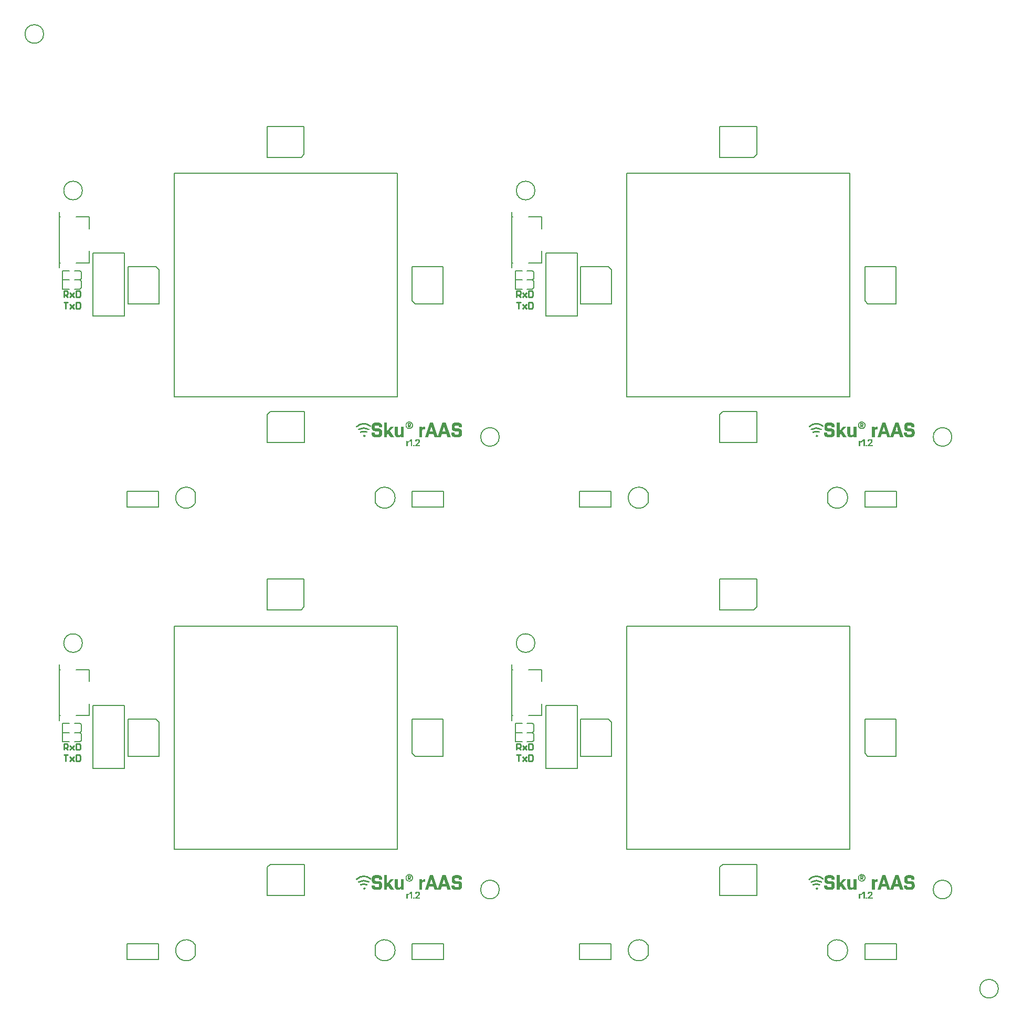
<source format=gto>
G04*
G04 #@! TF.GenerationSoftware,Altium Limited,Altium Designer,18.1.11 (251)*
G04*
G04 Layer_Color=65535*
%FSLAX24Y24*%
%MOIN*%
G70*
G01*
G75*
%ADD10C,0.0079*%
%ADD13C,0.0100*%
G36*
X54117Y34371D02*
X54122D01*
X54134Y34370D01*
X54148Y34368D01*
X54163Y34365D01*
X54179Y34361D01*
X54194Y34355D01*
X54195D01*
X54196Y34354D01*
X54198Y34354D01*
X54201Y34352D01*
X54209Y34349D01*
X54218Y34343D01*
X54229Y34337D01*
X54241Y34329D01*
X54252Y34320D01*
X54264Y34309D01*
X54266Y34308D01*
X54269Y34304D01*
X54274Y34298D01*
X54281Y34290D01*
X54288Y34279D01*
X54296Y34268D01*
X54304Y34254D01*
X54310Y34239D01*
Y34238D01*
X54311Y34237D01*
X54312Y34235D01*
X54313Y34232D01*
X54314Y34228D01*
X54315Y34224D01*
X54319Y34213D01*
X54322Y34199D01*
X54324Y34184D01*
X54326Y34167D01*
X54327Y34149D01*
Y34093D01*
X54130D01*
Y34137D01*
Y34139D01*
Y34142D01*
X54129Y34147D01*
X54128Y34152D01*
X54126Y34159D01*
X54123Y34166D01*
X54119Y34173D01*
X54113Y34179D01*
X54113Y34180D01*
X54110Y34182D01*
X54107Y34185D01*
X54102Y34188D01*
X54096Y34191D01*
X54088Y34193D01*
X54080Y34195D01*
X54071Y34196D01*
X53922D01*
X53917Y34195D01*
X53911Y34194D01*
X53905Y34192D01*
X53897Y34189D01*
X53890Y34185D01*
X53884Y34179D01*
X53883Y34179D01*
X53881Y34177D01*
X53878Y34173D01*
X53876Y34168D01*
X53873Y34162D01*
X53870Y34154D01*
X53868Y34146D01*
X53868Y34136D01*
Y34062D01*
Y34061D01*
Y34058D01*
X53868Y34053D01*
X53870Y34047D01*
X53871Y34040D01*
X53874Y34033D01*
X53878Y34026D01*
X53884Y34019D01*
X53884Y34018D01*
X53887Y34017D01*
X53890Y34014D01*
X53895Y34011D01*
X53902Y34008D01*
X53909Y34005D01*
X53917Y34004D01*
X53927Y34003D01*
X54119D01*
X54123Y34002D01*
X54129D01*
X54140Y34001D01*
X54154Y33999D01*
X54169Y33996D01*
X54185Y33992D01*
X54201Y33986D01*
X54201D01*
X54203Y33986D01*
X54204Y33985D01*
X54207Y33983D01*
X54215Y33980D01*
X54225Y33975D01*
X54236Y33968D01*
X54247Y33960D01*
X54259Y33951D01*
X54271Y33940D01*
X54272Y33939D01*
X54276Y33935D01*
X54281Y33929D01*
X54287Y33921D01*
X54295Y33910D01*
X54303Y33899D01*
X54310Y33885D01*
X54317Y33870D01*
Y33870D01*
X54317Y33868D01*
X54318Y33866D01*
X54320Y33863D01*
X54320Y33859D01*
X54322Y33855D01*
X54325Y33844D01*
X54328Y33830D01*
X54330Y33815D01*
X54333Y33798D01*
X54333Y33780D01*
Y33676D01*
Y33675D01*
Y33674D01*
Y33671D01*
Y33668D01*
X54333Y33663D01*
Y33658D01*
X54331Y33646D01*
X54329Y33632D01*
X54326Y33617D01*
X54322Y33601D01*
X54317Y33585D01*
Y33585D01*
X54316Y33584D01*
X54315Y33582D01*
X54314Y33579D01*
X54310Y33571D01*
X54305Y33561D01*
X54298Y33550D01*
X54290Y33538D01*
X54282Y33526D01*
X54271Y33515D01*
X54269Y33513D01*
X54266Y33509D01*
X54259Y33504D01*
X54251Y33498D01*
X54241Y33491D01*
X54229Y33483D01*
X54215Y33476D01*
X54201Y33469D01*
X54200D01*
X54199Y33469D01*
X54196Y33468D01*
X54193Y33467D01*
X54190Y33466D01*
X54185Y33464D01*
X54174Y33461D01*
X54161Y33458D01*
X54145Y33456D01*
X54129Y33454D01*
X54110Y33453D01*
X53872D01*
X53868Y33454D01*
X53862D01*
X53851Y33456D01*
X53836Y33457D01*
X53821Y33460D01*
X53805Y33464D01*
X53790Y33469D01*
X53789D01*
X53788Y33470D01*
X53786Y33471D01*
X53783Y33472D01*
X53775Y33476D01*
X53766Y33481D01*
X53755Y33488D01*
X53743Y33495D01*
X53731Y33504D01*
X53720Y33515D01*
X53718Y33516D01*
X53714Y33520D01*
X53709Y33526D01*
X53703Y33535D01*
X53696Y33545D01*
X53688Y33557D01*
X53680Y33571D01*
X53674Y33585D01*
Y33586D01*
X53673Y33587D01*
X53672Y33590D01*
X53671Y33593D01*
X53670Y33596D01*
X53669Y33601D01*
X53666Y33612D01*
X53663Y33625D01*
X53660Y33641D01*
X53658Y33657D01*
X53658Y33676D01*
Y33733D01*
X53854D01*
Y33687D01*
Y33686D01*
Y33683D01*
X53855Y33678D01*
X53857Y33672D01*
X53858Y33665D01*
X53861Y33658D01*
X53865Y33652D01*
X53870Y33645D01*
X53871Y33644D01*
X53873Y33643D01*
X53877Y33640D01*
X53882Y33637D01*
X53889Y33634D01*
X53896Y33631D01*
X53904Y33630D01*
X53913Y33629D01*
X54082D01*
X54087Y33630D01*
X54093Y33631D01*
X54099Y33633D01*
X54107Y33636D01*
X54113Y33640D01*
X54120Y33645D01*
X54121Y33646D01*
X54123Y33648D01*
X54125Y33652D01*
X54129Y33657D01*
X54131Y33663D01*
X54134Y33671D01*
X54136Y33679D01*
X54137Y33688D01*
Y33768D01*
Y33769D01*
Y33772D01*
X54136Y33777D01*
X54134Y33783D01*
X54132Y33789D01*
X54129Y33797D01*
X54126Y33804D01*
X54120Y33811D01*
X54119Y33811D01*
X54117Y33813D01*
X54113Y33816D01*
X54109Y33819D01*
X54102Y33822D01*
X54095Y33824D01*
X54087Y33827D01*
X54078Y33827D01*
X53885D01*
X53881Y33828D01*
X53876D01*
X53864Y33830D01*
X53849Y33831D01*
X53834Y33834D01*
X53818Y33838D01*
X53803Y33843D01*
X53802D01*
X53801Y33844D01*
X53799Y33845D01*
X53796Y33846D01*
X53788Y33850D01*
X53779Y33856D01*
X53768Y33862D01*
X53756Y33870D01*
X53744Y33879D01*
X53733Y33889D01*
X53731Y33891D01*
X53728Y33894D01*
X53723Y33901D01*
X53716Y33909D01*
X53709Y33919D01*
X53701Y33932D01*
X53693Y33945D01*
X53687Y33959D01*
Y33960D01*
X53686Y33961D01*
X53685Y33964D01*
X53685Y33967D01*
X53683Y33970D01*
X53682Y33975D01*
X53679Y33986D01*
X53676Y33999D01*
X53673Y34015D01*
X53671Y34032D01*
X53671Y34050D01*
Y34149D01*
Y34150D01*
Y34151D01*
Y34154D01*
Y34158D01*
X53671Y34162D01*
Y34167D01*
X53673Y34179D01*
X53674Y34193D01*
X53677Y34208D01*
X53682Y34224D01*
X53687Y34239D01*
Y34240D01*
X53688Y34241D01*
X53688Y34243D01*
X53690Y34246D01*
X53693Y34254D01*
X53699Y34263D01*
X53706Y34274D01*
X53713Y34286D01*
X53723Y34298D01*
X53733Y34309D01*
X53734Y34311D01*
X53738Y34314D01*
X53744Y34319D01*
X53752Y34326D01*
X53763Y34333D01*
X53775Y34341D01*
X53788Y34349D01*
X53803Y34355D01*
X53803D01*
X53805Y34356D01*
X53807Y34357D01*
X53810Y34358D01*
X53814Y34359D01*
X53818Y34360D01*
X53830Y34364D01*
X53843Y34367D01*
X53858Y34369D01*
X53876Y34371D01*
X53894Y34372D01*
X54113D01*
X54117Y34371D01*
D02*
G37*
G36*
X49043D02*
X49048D01*
X49060Y34370D01*
X49074Y34368D01*
X49089Y34365D01*
X49105Y34361D01*
X49120Y34355D01*
X49121D01*
X49123Y34354D01*
X49124Y34354D01*
X49127Y34352D01*
X49135Y34349D01*
X49144Y34343D01*
X49155Y34337D01*
X49167Y34329D01*
X49179Y34320D01*
X49190Y34309D01*
X49192Y34308D01*
X49195Y34304D01*
X49201Y34298D01*
X49207Y34290D01*
X49214Y34279D01*
X49222Y34268D01*
X49230Y34254D01*
X49236Y34239D01*
Y34238D01*
X49237Y34237D01*
X49238Y34235D01*
X49239Y34232D01*
X49240Y34228D01*
X49241Y34224D01*
X49245Y34213D01*
X49248Y34199D01*
X49250Y34184D01*
X49252Y34167D01*
X49253Y34149D01*
Y34093D01*
X49056D01*
Y34137D01*
Y34139D01*
Y34142D01*
X49055Y34147D01*
X49054Y34152D01*
X49052Y34159D01*
X49049Y34166D01*
X49045Y34173D01*
X49039Y34179D01*
X49039Y34180D01*
X49036Y34182D01*
X49033Y34185D01*
X49028Y34188D01*
X49022Y34191D01*
X49015Y34193D01*
X49007Y34195D01*
X48997Y34196D01*
X48848D01*
X48843Y34195D01*
X48837Y34194D01*
X48831Y34192D01*
X48824Y34189D01*
X48816Y34185D01*
X48810Y34179D01*
X48809Y34179D01*
X48808Y34177D01*
X48805Y34173D01*
X48802Y34168D01*
X48799Y34162D01*
X48796Y34154D01*
X48794Y34146D01*
X48794Y34136D01*
Y34062D01*
Y34061D01*
Y34058D01*
X48794Y34053D01*
X48796Y34047D01*
X48797Y34040D01*
X48800Y34033D01*
X48805Y34026D01*
X48810Y34019D01*
X48811Y34018D01*
X48813Y34017D01*
X48816Y34014D01*
X48821Y34011D01*
X48828Y34008D01*
X48835Y34005D01*
X48843Y34004D01*
X48853Y34003D01*
X49045D01*
X49050Y34002D01*
X49055D01*
X49066Y34001D01*
X49080Y33999D01*
X49096Y33996D01*
X49112Y33992D01*
X49127Y33986D01*
X49128D01*
X49129Y33986D01*
X49131Y33985D01*
X49133Y33983D01*
X49141Y33980D01*
X49151Y33975D01*
X49162Y33968D01*
X49174Y33960D01*
X49185Y33951D01*
X49197Y33940D01*
X49198Y33939D01*
X49202Y33935D01*
X49207Y33929D01*
X49214Y33921D01*
X49221Y33910D01*
X49229Y33899D01*
X49236Y33885D01*
X49243Y33870D01*
Y33870D01*
X49244Y33868D01*
X49244Y33866D01*
X49246Y33863D01*
X49246Y33859D01*
X49248Y33855D01*
X49252Y33844D01*
X49254Y33830D01*
X49257Y33815D01*
X49259Y33798D01*
X49260Y33780D01*
Y33676D01*
Y33675D01*
Y33674D01*
Y33671D01*
Y33668D01*
X49259Y33663D01*
Y33658D01*
X49257Y33646D01*
X49255Y33632D01*
X49252Y33617D01*
X49249Y33601D01*
X49243Y33585D01*
Y33585D01*
X49242Y33584D01*
X49241Y33582D01*
X49240Y33579D01*
X49236Y33571D01*
X49231Y33561D01*
X49225Y33550D01*
X49217Y33538D01*
X49208Y33526D01*
X49197Y33515D01*
X49195Y33513D01*
X49192Y33509D01*
X49185Y33504D01*
X49177Y33498D01*
X49167Y33491D01*
X49155Y33483D01*
X49141Y33476D01*
X49127Y33469D01*
X49126D01*
X49125Y33469D01*
X49123Y33468D01*
X49120Y33467D01*
X49116Y33466D01*
X49112Y33464D01*
X49101Y33461D01*
X49087Y33458D01*
X49071Y33456D01*
X49055Y33454D01*
X49036Y33453D01*
X48798D01*
X48794Y33454D01*
X48789D01*
X48777Y33456D01*
X48762Y33457D01*
X48747Y33460D01*
X48731Y33464D01*
X48716Y33469D01*
X48715D01*
X48714Y33470D01*
X48712Y33471D01*
X48709Y33472D01*
X48701Y33476D01*
X48692Y33481D01*
X48681Y33488D01*
X48669Y33495D01*
X48657Y33504D01*
X48646Y33515D01*
X48644Y33516D01*
X48641Y33520D01*
X48636Y33526D01*
X48629Y33535D01*
X48622Y33545D01*
X48614Y33557D01*
X48606Y33571D01*
X48600Y33585D01*
Y33586D01*
X48599Y33587D01*
X48598Y33590D01*
X48598Y33593D01*
X48596Y33596D01*
X48595Y33601D01*
X48592Y33612D01*
X48589Y33625D01*
X48586Y33641D01*
X48584Y33657D01*
X48584Y33676D01*
Y33733D01*
X48781D01*
Y33687D01*
Y33686D01*
Y33683D01*
X48781Y33678D01*
X48783Y33672D01*
X48784Y33665D01*
X48787Y33658D01*
X48792Y33652D01*
X48797Y33645D01*
X48797Y33644D01*
X48800Y33643D01*
X48803Y33640D01*
X48808Y33637D01*
X48815Y33634D01*
X48822Y33631D01*
X48830Y33630D01*
X48840Y33629D01*
X49008D01*
X49013Y33630D01*
X49019Y33631D01*
X49026Y33633D01*
X49033Y33636D01*
X49039Y33640D01*
X49046Y33645D01*
X49047Y33646D01*
X49049Y33648D01*
X49051Y33652D01*
X49055Y33657D01*
X49058Y33663D01*
X49060Y33671D01*
X49062Y33679D01*
X49063Y33688D01*
Y33768D01*
Y33769D01*
Y33772D01*
X49062Y33777D01*
X49061Y33783D01*
X49058Y33789D01*
X49055Y33797D01*
X49052Y33804D01*
X49046Y33811D01*
X49045Y33811D01*
X49043Y33813D01*
X49039Y33816D01*
X49035Y33819D01*
X49028Y33822D01*
X49021Y33824D01*
X49013Y33827D01*
X49004Y33827D01*
X48811D01*
X48807Y33828D01*
X48802D01*
X48790Y33830D01*
X48776Y33831D01*
X48760Y33834D01*
X48744Y33838D01*
X48729Y33843D01*
X48728D01*
X48727Y33844D01*
X48725Y33845D01*
X48722Y33846D01*
X48714Y33850D01*
X48705Y33856D01*
X48694Y33862D01*
X48682Y33870D01*
X48671Y33879D01*
X48659Y33889D01*
X48657Y33891D01*
X48654Y33894D01*
X48649Y33901D01*
X48642Y33909D01*
X48635Y33919D01*
X48628Y33932D01*
X48619Y33945D01*
X48613Y33959D01*
Y33960D01*
X48612Y33961D01*
X48611Y33964D01*
X48611Y33967D01*
X48609Y33970D01*
X48608Y33975D01*
X48605Y33986D01*
X48602Y33999D01*
X48599Y34015D01*
X48598Y34032D01*
X48597Y34050D01*
Y34149D01*
Y34150D01*
Y34151D01*
Y34154D01*
Y34158D01*
X48598Y34162D01*
Y34167D01*
X48599Y34179D01*
X48601Y34193D01*
X48603Y34208D01*
X48608Y34224D01*
X48613Y34239D01*
Y34240D01*
X48614Y34241D01*
X48614Y34243D01*
X48616Y34246D01*
X48619Y34254D01*
X48625Y34263D01*
X48632Y34274D01*
X48639Y34286D01*
X48649Y34298D01*
X48659Y34309D01*
X48660Y34311D01*
X48664Y34314D01*
X48671Y34319D01*
X48679Y34326D01*
X48689Y34333D01*
X48701Y34341D01*
X48714Y34349D01*
X48729Y34355D01*
X48730D01*
X48731Y34356D01*
X48733Y34357D01*
X48736Y34358D01*
X48740Y34359D01*
X48744Y34360D01*
X48756Y34364D01*
X48769Y34367D01*
X48784Y34369D01*
X48802Y34371D01*
X48820Y34372D01*
X49039D01*
X49043Y34371D01*
D02*
G37*
G36*
X25377D02*
X25382D01*
X25393Y34370D01*
X25407Y34368D01*
X25423Y34365D01*
X25439Y34361D01*
X25454Y34355D01*
X25455D01*
X25456Y34354D01*
X25458Y34354D01*
X25461Y34352D01*
X25469Y34349D01*
X25478Y34343D01*
X25489Y34337D01*
X25501Y34329D01*
X25512Y34320D01*
X25524Y34309D01*
X25525Y34308D01*
X25529Y34304D01*
X25534Y34298D01*
X25541Y34290D01*
X25548Y34279D01*
X25556Y34268D01*
X25563Y34254D01*
X25570Y34239D01*
Y34238D01*
X25571Y34237D01*
X25571Y34235D01*
X25573Y34232D01*
X25574Y34228D01*
X25575Y34224D01*
X25579Y34213D01*
X25582Y34199D01*
X25584Y34184D01*
X25586Y34167D01*
X25587Y34149D01*
Y34093D01*
X25390D01*
Y34137D01*
Y34139D01*
Y34142D01*
X25389Y34147D01*
X25388Y34152D01*
X25385Y34159D01*
X25383Y34166D01*
X25379Y34173D01*
X25373Y34179D01*
X25372Y34180D01*
X25370Y34182D01*
X25367Y34185D01*
X25362Y34188D01*
X25356Y34191D01*
X25348Y34193D01*
X25340Y34195D01*
X25331Y34196D01*
X25182D01*
X25177Y34195D01*
X25171Y34194D01*
X25165Y34192D01*
X25157Y34189D01*
X25150Y34185D01*
X25143Y34179D01*
X25143Y34179D01*
X25141Y34177D01*
X25138Y34173D01*
X25135Y34168D01*
X25133Y34162D01*
X25130Y34154D01*
X25128Y34146D01*
X25127Y34136D01*
Y34062D01*
Y34061D01*
Y34058D01*
X25128Y34053D01*
X25130Y34047D01*
X25131Y34040D01*
X25134Y34033D01*
X25138Y34026D01*
X25143Y34019D01*
X25144Y34018D01*
X25146Y34017D01*
X25150Y34014D01*
X25155Y34011D01*
X25162Y34008D01*
X25169Y34005D01*
X25177Y34004D01*
X25186Y34003D01*
X25379D01*
X25383Y34002D01*
X25388D01*
X25400Y34001D01*
X25414Y33999D01*
X25429Y33996D01*
X25445Y33992D01*
X25461Y33986D01*
X25461D01*
X25463Y33986D01*
X25464Y33985D01*
X25467Y33983D01*
X25475Y33980D01*
X25485Y33975D01*
X25496Y33968D01*
X25507Y33960D01*
X25519Y33951D01*
X25531Y33940D01*
X25532Y33939D01*
X25536Y33935D01*
X25541Y33929D01*
X25547Y33921D01*
X25555Y33910D01*
X25563Y33899D01*
X25570Y33885D01*
X25576Y33870D01*
Y33870D01*
X25577Y33868D01*
X25578Y33866D01*
X25579Y33863D01*
X25580Y33859D01*
X25582Y33855D01*
X25585Y33844D01*
X25588Y33830D01*
X25590Y33815D01*
X25593Y33798D01*
X25593Y33780D01*
Y33676D01*
Y33675D01*
Y33674D01*
Y33671D01*
Y33668D01*
X25593Y33663D01*
Y33658D01*
X25591Y33646D01*
X25589Y33632D01*
X25586Y33617D01*
X25582Y33601D01*
X25576Y33585D01*
Y33585D01*
X25576Y33584D01*
X25575Y33582D01*
X25574Y33579D01*
X25570Y33571D01*
X25565Y33561D01*
X25558Y33550D01*
X25550Y33538D01*
X25541Y33526D01*
X25531Y33515D01*
X25529Y33513D01*
X25525Y33509D01*
X25519Y33504D01*
X25511Y33498D01*
X25501Y33491D01*
X25489Y33483D01*
X25475Y33476D01*
X25461Y33469D01*
X25460D01*
X25458Y33469D01*
X25456Y33468D01*
X25453Y33467D01*
X25450Y33466D01*
X25445Y33464D01*
X25434Y33461D01*
X25420Y33458D01*
X25405Y33456D01*
X25388Y33454D01*
X25370Y33453D01*
X25132D01*
X25127Y33454D01*
X25122D01*
X25111Y33456D01*
X25096Y33457D01*
X25081Y33460D01*
X25065Y33464D01*
X25049Y33469D01*
X25049D01*
X25048Y33470D01*
X25046Y33471D01*
X25043Y33472D01*
X25035Y33476D01*
X25025Y33481D01*
X25014Y33488D01*
X25003Y33495D01*
X24991Y33504D01*
X24979Y33515D01*
X24978Y33516D01*
X24974Y33520D01*
X24969Y33526D01*
X24963Y33535D01*
X24955Y33545D01*
X24948Y33557D01*
X24940Y33571D01*
X24934Y33585D01*
Y33586D01*
X24933Y33587D01*
X24932Y33590D01*
X24931Y33593D01*
X24930Y33596D01*
X24928Y33601D01*
X24925Y33612D01*
X24923Y33625D01*
X24920Y33641D01*
X24918Y33657D01*
X24917Y33676D01*
Y33733D01*
X25114D01*
Y33687D01*
Y33686D01*
Y33683D01*
X25115Y33678D01*
X25116Y33672D01*
X25118Y33665D01*
X25121Y33658D01*
X25125Y33652D01*
X25130Y33645D01*
X25131Y33644D01*
X25133Y33643D01*
X25137Y33640D01*
X25142Y33637D01*
X25149Y33634D01*
X25156Y33631D01*
X25164Y33630D01*
X25173Y33629D01*
X25342D01*
X25347Y33630D01*
X25353Y33631D01*
X25359Y33633D01*
X25367Y33636D01*
X25373Y33640D01*
X25380Y33645D01*
X25380Y33646D01*
X25383Y33648D01*
X25385Y33652D01*
X25388Y33657D01*
X25391Y33663D01*
X25393Y33671D01*
X25396Y33679D01*
X25396Y33688D01*
Y33768D01*
Y33769D01*
Y33772D01*
X25396Y33777D01*
X25394Y33783D01*
X25392Y33789D01*
X25389Y33797D01*
X25385Y33804D01*
X25380Y33811D01*
X25379Y33811D01*
X25377Y33813D01*
X25373Y33816D01*
X25369Y33819D01*
X25362Y33822D01*
X25355Y33824D01*
X25347Y33827D01*
X25337Y33827D01*
X25145D01*
X25141Y33828D01*
X25135D01*
X25124Y33830D01*
X25109Y33831D01*
X25094Y33834D01*
X25078Y33838D01*
X25063Y33843D01*
X25062D01*
X25061Y33844D01*
X25059Y33845D01*
X25056Y33846D01*
X25048Y33850D01*
X25038Y33856D01*
X25028Y33862D01*
X25016Y33870D01*
X25004Y33879D01*
X24993Y33889D01*
X24991Y33891D01*
X24987Y33894D01*
X24982Y33901D01*
X24976Y33909D01*
X24968Y33919D01*
X24961Y33932D01*
X24953Y33945D01*
X24947Y33959D01*
Y33960D01*
X24946Y33961D01*
X24945Y33964D01*
X24944Y33967D01*
X24943Y33970D01*
X24942Y33975D01*
X24939Y33986D01*
X24936Y33999D01*
X24933Y34015D01*
X24931Y34032D01*
X24931Y34050D01*
Y34149D01*
Y34150D01*
Y34151D01*
Y34154D01*
Y34158D01*
X24931Y34162D01*
Y34167D01*
X24933Y34179D01*
X24934Y34193D01*
X24937Y34208D01*
X24942Y34224D01*
X24947Y34239D01*
Y34240D01*
X24947Y34241D01*
X24948Y34243D01*
X24950Y34246D01*
X24953Y34254D01*
X24959Y34263D01*
X24966Y34274D01*
X24973Y34286D01*
X24982Y34298D01*
X24993Y34309D01*
X24994Y34311D01*
X24998Y34314D01*
X25004Y34319D01*
X25012Y34326D01*
X25022Y34333D01*
X25035Y34341D01*
X25048Y34349D01*
X25063Y34355D01*
X25063D01*
X25065Y34356D01*
X25067Y34357D01*
X25070Y34358D01*
X25073Y34359D01*
X25078Y34360D01*
X25089Y34364D01*
X25103Y34367D01*
X25118Y34369D01*
X25135Y34371D01*
X25154Y34372D01*
X25372D01*
X25377Y34371D01*
D02*
G37*
G36*
X20303D02*
X20308D01*
X20320Y34370D01*
X20334Y34368D01*
X20349Y34365D01*
X20365Y34361D01*
X20380Y34355D01*
X20381D01*
X20382Y34354D01*
X20384Y34354D01*
X20387Y34352D01*
X20395Y34349D01*
X20404Y34343D01*
X20415Y34337D01*
X20427Y34329D01*
X20438Y34320D01*
X20450Y34309D01*
X20452Y34308D01*
X20455Y34304D01*
X20460Y34298D01*
X20467Y34290D01*
X20474Y34279D01*
X20482Y34268D01*
X20490Y34254D01*
X20496Y34239D01*
Y34238D01*
X20497Y34237D01*
X20498Y34235D01*
X20499Y34232D01*
X20500Y34228D01*
X20501Y34224D01*
X20505Y34213D01*
X20508Y34199D01*
X20510Y34184D01*
X20512Y34167D01*
X20513Y34149D01*
Y34093D01*
X20316D01*
Y34137D01*
Y34139D01*
Y34142D01*
X20315Y34147D01*
X20314Y34152D01*
X20312Y34159D01*
X20309Y34166D01*
X20305Y34173D01*
X20299Y34179D01*
X20299Y34180D01*
X20296Y34182D01*
X20293Y34185D01*
X20288Y34188D01*
X20282Y34191D01*
X20274Y34193D01*
X20266Y34195D01*
X20257Y34196D01*
X20108D01*
X20103Y34195D01*
X20097Y34194D01*
X20091Y34192D01*
X20083Y34189D01*
X20076Y34185D01*
X20070Y34179D01*
X20069Y34179D01*
X20067Y34177D01*
X20064Y34173D01*
X20062Y34168D01*
X20059Y34162D01*
X20056Y34154D01*
X20054Y34146D01*
X20054Y34136D01*
Y34062D01*
Y34061D01*
Y34058D01*
X20054Y34053D01*
X20056Y34047D01*
X20057Y34040D01*
X20060Y34033D01*
X20064Y34026D01*
X20070Y34019D01*
X20070Y34018D01*
X20073Y34017D01*
X20076Y34014D01*
X20081Y34011D01*
X20088Y34008D01*
X20095Y34005D01*
X20103Y34004D01*
X20113Y34003D01*
X20305D01*
X20309Y34002D01*
X20315D01*
X20326Y34001D01*
X20340Y33999D01*
X20355Y33996D01*
X20371Y33992D01*
X20387Y33986D01*
X20387D01*
X20389Y33986D01*
X20390Y33985D01*
X20393Y33983D01*
X20401Y33980D01*
X20411Y33975D01*
X20422Y33968D01*
X20433Y33960D01*
X20445Y33951D01*
X20457Y33940D01*
X20458Y33939D01*
X20462Y33935D01*
X20467Y33929D01*
X20473Y33921D01*
X20481Y33910D01*
X20489Y33899D01*
X20496Y33885D01*
X20503Y33870D01*
Y33870D01*
X20503Y33868D01*
X20504Y33866D01*
X20506Y33863D01*
X20506Y33859D01*
X20508Y33855D01*
X20511Y33844D01*
X20514Y33830D01*
X20516Y33815D01*
X20519Y33798D01*
X20519Y33780D01*
Y33676D01*
Y33675D01*
Y33674D01*
Y33671D01*
Y33668D01*
X20519Y33663D01*
Y33658D01*
X20517Y33646D01*
X20515Y33632D01*
X20512Y33617D01*
X20508Y33601D01*
X20503Y33585D01*
Y33585D01*
X20502Y33584D01*
X20501Y33582D01*
X20500Y33579D01*
X20496Y33571D01*
X20491Y33561D01*
X20484Y33550D01*
X20476Y33538D01*
X20468Y33526D01*
X20457Y33515D01*
X20455Y33513D01*
X20452Y33509D01*
X20445Y33504D01*
X20437Y33498D01*
X20427Y33491D01*
X20415Y33483D01*
X20401Y33476D01*
X20387Y33469D01*
X20386D01*
X20385Y33469D01*
X20382Y33468D01*
X20379Y33467D01*
X20376Y33466D01*
X20371Y33464D01*
X20360Y33461D01*
X20347Y33458D01*
X20331Y33456D01*
X20315Y33454D01*
X20296Y33453D01*
X20058D01*
X20054Y33454D01*
X20048D01*
X20037Y33456D01*
X20022Y33457D01*
X20007Y33460D01*
X19991Y33464D01*
X19976Y33469D01*
X19975D01*
X19974Y33470D01*
X19972Y33471D01*
X19969Y33472D01*
X19961Y33476D01*
X19952Y33481D01*
X19941Y33488D01*
X19929Y33495D01*
X19917Y33504D01*
X19906Y33515D01*
X19904Y33516D01*
X19900Y33520D01*
X19895Y33526D01*
X19889Y33535D01*
X19882Y33545D01*
X19874Y33557D01*
X19866Y33571D01*
X19860Y33585D01*
Y33586D01*
X19859Y33587D01*
X19858Y33590D01*
X19857Y33593D01*
X19856Y33596D01*
X19855Y33601D01*
X19852Y33612D01*
X19849Y33625D01*
X19846Y33641D01*
X19844Y33657D01*
X19844Y33676D01*
Y33733D01*
X20040D01*
Y33687D01*
Y33686D01*
Y33683D01*
X20041Y33678D01*
X20043Y33672D01*
X20044Y33665D01*
X20047Y33658D01*
X20051Y33652D01*
X20056Y33645D01*
X20057Y33644D01*
X20059Y33643D01*
X20063Y33640D01*
X20068Y33637D01*
X20075Y33634D01*
X20082Y33631D01*
X20090Y33630D01*
X20099Y33629D01*
X20268D01*
X20273Y33630D01*
X20279Y33631D01*
X20285Y33633D01*
X20293Y33636D01*
X20299Y33640D01*
X20306Y33645D01*
X20307Y33646D01*
X20309Y33648D01*
X20311Y33652D01*
X20315Y33657D01*
X20317Y33663D01*
X20320Y33671D01*
X20322Y33679D01*
X20323Y33688D01*
Y33768D01*
Y33769D01*
Y33772D01*
X20322Y33777D01*
X20320Y33783D01*
X20318Y33789D01*
X20315Y33797D01*
X20312Y33804D01*
X20306Y33811D01*
X20305Y33811D01*
X20303Y33813D01*
X20299Y33816D01*
X20295Y33819D01*
X20288Y33822D01*
X20281Y33824D01*
X20273Y33827D01*
X20264Y33827D01*
X20071D01*
X20067Y33828D01*
X20062D01*
X20050Y33830D01*
X20035Y33831D01*
X20020Y33834D01*
X20004Y33838D01*
X19989Y33843D01*
X19988D01*
X19987Y33844D01*
X19985Y33845D01*
X19982Y33846D01*
X19974Y33850D01*
X19965Y33856D01*
X19954Y33862D01*
X19942Y33870D01*
X19930Y33879D01*
X19919Y33889D01*
X19917Y33891D01*
X19914Y33894D01*
X19908Y33901D01*
X19902Y33909D01*
X19895Y33919D01*
X19887Y33932D01*
X19879Y33945D01*
X19873Y33959D01*
Y33960D01*
X19872Y33961D01*
X19871Y33964D01*
X19871Y33967D01*
X19869Y33970D01*
X19868Y33975D01*
X19865Y33986D01*
X19862Y33999D01*
X19859Y34015D01*
X19857Y34032D01*
X19857Y34050D01*
Y34149D01*
Y34150D01*
Y34151D01*
Y34154D01*
Y34158D01*
X19857Y34162D01*
Y34167D01*
X19859Y34179D01*
X19860Y34193D01*
X19863Y34208D01*
X19868Y34224D01*
X19873Y34239D01*
Y34240D01*
X19874Y34241D01*
X19874Y34243D01*
X19876Y34246D01*
X19879Y34254D01*
X19885Y34263D01*
X19892Y34274D01*
X19899Y34286D01*
X19908Y34298D01*
X19919Y34309D01*
X19920Y34311D01*
X19924Y34314D01*
X19930Y34319D01*
X19938Y34326D01*
X19949Y34333D01*
X19961Y34341D01*
X19974Y34349D01*
X19989Y34355D01*
X19989D01*
X19991Y34356D01*
X19993Y34357D01*
X19996Y34358D01*
X20000Y34359D01*
X20004Y34360D01*
X20016Y34364D01*
X20029Y34367D01*
X20044Y34369D01*
X20062Y34371D01*
X20080Y34372D01*
X20299D01*
X20303Y34371D01*
D02*
G37*
G36*
X51969Y34115D02*
X51978Y34112D01*
X51988Y34109D01*
Y33954D01*
X51879D01*
X51872Y33953D01*
X51863Y33951D01*
X51853Y33948D01*
X51842Y33944D01*
X51831Y33938D01*
X51822Y33930D01*
X51821Y33929D01*
X51818Y33926D01*
X51815Y33921D01*
X51810Y33913D01*
X51805Y33904D01*
X51802Y33893D01*
X51799Y33881D01*
X51798Y33867D01*
Y33453D01*
X51608D01*
Y34109D01*
X51785D01*
X51798Y34039D01*
X51803D01*
X51804Y34040D01*
X51804Y34042D01*
X51807Y34045D01*
X51809Y34048D01*
X51813Y34053D01*
X51816Y34058D01*
X51826Y34069D01*
X51838Y34080D01*
X51853Y34092D01*
X51868Y34102D01*
X51877Y34107D01*
X51885Y34110D01*
X51886D01*
X51888Y34111D01*
X51891Y34112D01*
X51894Y34112D01*
X51899Y34114D01*
X51904Y34115D01*
X51909Y34116D01*
X51917Y34117D01*
X51932Y34117D01*
X51950D01*
X51969Y34115D01*
D02*
G37*
G36*
X23228D02*
X23238Y34112D01*
X23248Y34109D01*
Y33954D01*
X23139D01*
X23131Y33953D01*
X23123Y33951D01*
X23112Y33948D01*
X23102Y33944D01*
X23091Y33938D01*
X23082Y33930D01*
X23081Y33929D01*
X23078Y33926D01*
X23075Y33921D01*
X23070Y33913D01*
X23065Y33904D01*
X23061Y33893D01*
X23059Y33881D01*
X23058Y33867D01*
Y33453D01*
X22868D01*
Y34109D01*
X23045D01*
X23058Y34039D01*
X23063D01*
X23064Y34040D01*
X23064Y34042D01*
X23067Y34045D01*
X23069Y34048D01*
X23072Y34053D01*
X23076Y34058D01*
X23086Y34069D01*
X23098Y34080D01*
X23112Y34092D01*
X23128Y34102D01*
X23137Y34107D01*
X23145Y34110D01*
X23146D01*
X23147Y34111D01*
X23150Y34112D01*
X23154Y34112D01*
X23158Y34114D01*
X23163Y34115D01*
X23169Y34116D01*
X23177Y34117D01*
X23192Y34117D01*
X23209D01*
X23228Y34115D01*
D02*
G37*
G36*
X50989Y34443D02*
X50995D01*
X51007Y34442D01*
X51022Y34440D01*
X51038Y34436D01*
X51054Y34432D01*
X51071Y34426D01*
X51072D01*
X51073Y34425D01*
X51076Y34424D01*
X51078Y34423D01*
X51086Y34419D01*
X51097Y34413D01*
X51109Y34406D01*
X51121Y34398D01*
X51134Y34388D01*
X51146Y34377D01*
X51147D01*
X51148Y34376D01*
X51151Y34371D01*
X51157Y34365D01*
X51164Y34356D01*
X51172Y34345D01*
X51180Y34332D01*
X51188Y34318D01*
X51195Y34302D01*
Y34301D01*
X51196Y34300D01*
X51197Y34298D01*
X51198Y34295D01*
X51199Y34290D01*
X51201Y34286D01*
X51205Y34274D01*
X51207Y34260D01*
X51210Y34244D01*
X51213Y34225D01*
X51213Y34206D01*
Y34206D01*
Y34204D01*
Y34201D01*
Y34198D01*
X51213Y34193D01*
Y34187D01*
X51211Y34175D01*
X51209Y34160D01*
X51205Y34144D01*
X51201Y34127D01*
X51195Y34110D01*
Y34109D01*
X51194Y34108D01*
X51194Y34106D01*
X51192Y34103D01*
X51188Y34095D01*
X51183Y34085D01*
X51175Y34073D01*
X51167Y34061D01*
X51157Y34048D01*
X51146Y34036D01*
X51145Y34034D01*
X51140Y34031D01*
X51134Y34025D01*
X51125Y34018D01*
X51114Y34010D01*
X51101Y34002D01*
X51087Y33994D01*
X51071Y33987D01*
X51070D01*
X51069Y33986D01*
X51067Y33986D01*
X51064Y33984D01*
X51059Y33983D01*
X51055Y33981D01*
X51043Y33978D01*
X51029Y33975D01*
X51013Y33972D01*
X50995Y33970D01*
X50976Y33969D01*
X50967D01*
X50963Y33970D01*
X50957D01*
X50944Y33972D01*
X50929Y33974D01*
X50913Y33977D01*
X50896Y33981D01*
X50879Y33987D01*
X50879D01*
X50877Y33988D01*
X50875Y33989D01*
X50872Y33990D01*
X50864Y33994D01*
X50854Y33999D01*
X50842Y34007D01*
X50830Y34015D01*
X50817Y34025D01*
X50805Y34036D01*
Y34037D01*
X50804Y34037D01*
X50800Y34042D01*
X50794Y34048D01*
X50788Y34057D01*
X50780Y34068D01*
X50771Y34080D01*
X50763Y34095D01*
X50756Y34110D01*
Y34111D01*
X50755Y34112D01*
X50755Y34115D01*
X50753Y34118D01*
X50752Y34122D01*
X50750Y34127D01*
X50747Y34139D01*
X50745Y34153D01*
X50742Y34169D01*
X50739Y34187D01*
X50739Y34206D01*
Y34207D01*
Y34209D01*
Y34211D01*
Y34215D01*
X50739Y34220D01*
Y34225D01*
X50741Y34238D01*
X50743Y34253D01*
X50746Y34269D01*
X50750Y34285D01*
X50756Y34302D01*
Y34303D01*
X50757Y34304D01*
X50758Y34306D01*
X50759Y34309D01*
X50763Y34317D01*
X50769Y34327D01*
X50776Y34340D01*
X50784Y34352D01*
X50794Y34365D01*
X50805Y34377D01*
X50806Y34378D01*
X50806Y34378D01*
X50811Y34382D01*
X50817Y34388D01*
X50826Y34395D01*
X50837Y34402D01*
X50850Y34411D01*
X50864Y34419D01*
X50879Y34426D01*
X50880D01*
X50882Y34427D01*
X50884Y34427D01*
X50887Y34429D01*
X50891Y34430D01*
X50896Y34432D01*
X50908Y34435D01*
X50922Y34438D01*
X50938Y34441D01*
X50957Y34443D01*
X50976Y34444D01*
X50984D01*
X50989Y34443D01*
D02*
G37*
G36*
X22249D02*
X22254D01*
X22267Y34442D01*
X22282Y34440D01*
X22298Y34436D01*
X22314Y34432D01*
X22331Y34426D01*
X22332D01*
X22333Y34425D01*
X22335Y34424D01*
X22338Y34423D01*
X22346Y34419D01*
X22356Y34413D01*
X22369Y34406D01*
X22381Y34398D01*
X22394Y34388D01*
X22406Y34377D01*
X22407D01*
X22408Y34376D01*
X22411Y34371D01*
X22417Y34365D01*
X22424Y34356D01*
X22432Y34345D01*
X22440Y34332D01*
X22448Y34318D01*
X22455Y34302D01*
Y34301D01*
X22456Y34300D01*
X22456Y34298D01*
X22458Y34295D01*
X22459Y34290D01*
X22461Y34286D01*
X22464Y34274D01*
X22467Y34260D01*
X22470Y34244D01*
X22472Y34225D01*
X22473Y34206D01*
Y34206D01*
Y34204D01*
Y34201D01*
Y34198D01*
X22472Y34193D01*
Y34187D01*
X22471Y34175D01*
X22469Y34160D01*
X22465Y34144D01*
X22461Y34127D01*
X22455Y34110D01*
Y34109D01*
X22454Y34108D01*
X22453Y34106D01*
X22452Y34103D01*
X22448Y34095D01*
X22443Y34085D01*
X22435Y34073D01*
X22427Y34061D01*
X22417Y34048D01*
X22406Y34036D01*
X22405Y34034D01*
X22400Y34031D01*
X22394Y34025D01*
X22385Y34018D01*
X22374Y34010D01*
X22361Y34002D01*
X22347Y33994D01*
X22331Y33987D01*
X22330D01*
X22329Y33986D01*
X22327Y33986D01*
X22324Y33984D01*
X22319Y33983D01*
X22315Y33981D01*
X22303Y33978D01*
X22289Y33975D01*
X22273Y33972D01*
X22254Y33970D01*
X22235Y33969D01*
X22227D01*
X22222Y33970D01*
X22217D01*
X22204Y33972D01*
X22189Y33974D01*
X22173Y33977D01*
X22156Y33981D01*
X22139Y33987D01*
X22139D01*
X22137Y33988D01*
X22135Y33989D01*
X22132Y33990D01*
X22124Y33994D01*
X22114Y33999D01*
X22102Y34007D01*
X22090Y34015D01*
X22077Y34025D01*
X22065Y34036D01*
Y34037D01*
X22063Y34037D01*
X22060Y34042D01*
X22054Y34048D01*
X22047Y34057D01*
X22039Y34068D01*
X22031Y34080D01*
X22023Y34095D01*
X22016Y34110D01*
Y34111D01*
X22015Y34112D01*
X22015Y34115D01*
X22013Y34118D01*
X22012Y34122D01*
X22010Y34127D01*
X22007Y34139D01*
X22004Y34153D01*
X22001Y34169D01*
X21999Y34187D01*
X21999Y34206D01*
Y34207D01*
Y34209D01*
Y34211D01*
Y34215D01*
X21999Y34220D01*
Y34225D01*
X22001Y34238D01*
X22003Y34253D01*
X22006Y34269D01*
X22010Y34285D01*
X22016Y34302D01*
Y34303D01*
X22017Y34304D01*
X22018Y34306D01*
X22019Y34309D01*
X22023Y34317D01*
X22028Y34327D01*
X22036Y34340D01*
X22044Y34352D01*
X22054Y34365D01*
X22065Y34377D01*
X22066Y34378D01*
X22066Y34378D01*
X22071Y34382D01*
X22077Y34388D01*
X22086Y34395D01*
X22097Y34402D01*
X22109Y34411D01*
X22124Y34419D01*
X22139Y34426D01*
X22140D01*
X22141Y34427D01*
X22144Y34427D01*
X22147Y34429D01*
X22151Y34430D01*
X22156Y34432D01*
X22168Y34435D01*
X22182Y34438D01*
X22198Y34441D01*
X22217Y34443D01*
X22235Y34444D01*
X22244D01*
X22249Y34443D01*
D02*
G37*
G36*
X50634Y33453D02*
X50457D01*
X50443Y33523D01*
X50438D01*
Y33522D01*
X50437Y33521D01*
X50434Y33517D01*
X50429Y33511D01*
X50422Y33503D01*
X50414Y33493D01*
X50404Y33484D01*
X50392Y33474D01*
X50378Y33466D01*
X50377D01*
X50376Y33465D01*
X50373Y33464D01*
X50371Y33462D01*
X50367Y33461D01*
X50362Y33459D01*
X50357Y33457D01*
X50350Y33455D01*
X50343Y33453D01*
X50335Y33451D01*
X50326Y33449D01*
X50317Y33448D01*
X50296Y33445D01*
X50273Y33444D01*
X50261D01*
X50256Y33445D01*
X50245Y33445D01*
X50232Y33447D01*
X50217Y33448D01*
X50203Y33451D01*
X50188Y33455D01*
X50187D01*
X50186Y33456D01*
X50184Y33456D01*
X50181Y33457D01*
X50174Y33460D01*
X50165Y33464D01*
X50155Y33469D01*
X50143Y33475D01*
X50132Y33483D01*
X50121Y33492D01*
X50120Y33493D01*
X50117Y33497D01*
X50112Y33502D01*
X50106Y33510D01*
X50099Y33520D01*
X50092Y33531D01*
X50085Y33545D01*
X50078Y33560D01*
Y33561D01*
X50078Y33562D01*
X50077Y33564D01*
X50076Y33567D01*
X50075Y33571D01*
X50073Y33576D01*
X50072Y33582D01*
X50071Y33588D01*
X50068Y33604D01*
X50065Y33621D01*
X50064Y33641D01*
X50063Y33663D01*
Y34109D01*
X50253D01*
Y33654D01*
Y33652D01*
Y33649D01*
X50254Y33644D01*
X50255Y33639D01*
X50257Y33632D01*
X50260Y33625D01*
X50264Y33617D01*
X50269Y33611D01*
X50270Y33610D01*
X50272Y33609D01*
X50276Y33606D01*
X50281Y33603D01*
X50287Y33600D01*
X50295Y33597D01*
X50303Y33595D01*
X50312Y33595D01*
X50359D01*
X50362Y33595D01*
X50369Y33596D01*
X50378Y33598D01*
X50388Y33601D01*
X50399Y33605D01*
X50409Y33611D01*
X50419Y33619D01*
X50419Y33620D01*
X50422Y33623D01*
X50427Y33628D01*
X50431Y33636D01*
X50435Y33645D01*
X50440Y33656D01*
X50443Y33668D01*
X50443Y33682D01*
Y34109D01*
X50634D01*
Y33453D01*
D02*
G37*
G36*
X21894D02*
X21716D01*
X21703Y33523D01*
X21697D01*
Y33522D01*
X21697Y33521D01*
X21694Y33517D01*
X21689Y33511D01*
X21682Y33503D01*
X21674Y33493D01*
X21664Y33484D01*
X21652Y33474D01*
X21638Y33466D01*
X21637D01*
X21636Y33465D01*
X21633Y33464D01*
X21630Y33462D01*
X21627Y33461D01*
X21622Y33459D01*
X21617Y33457D01*
X21610Y33455D01*
X21603Y33453D01*
X21595Y33451D01*
X21586Y33449D01*
X21577Y33448D01*
X21556Y33445D01*
X21533Y33444D01*
X21521D01*
X21516Y33445D01*
X21505Y33445D01*
X21492Y33447D01*
X21477Y33448D01*
X21463Y33451D01*
X21447Y33455D01*
X21447D01*
X21446Y33456D01*
X21444Y33456D01*
X21441Y33457D01*
X21434Y33460D01*
X21425Y33464D01*
X21415Y33469D01*
X21403Y33475D01*
X21392Y33483D01*
X21381Y33492D01*
X21380Y33493D01*
X21377Y33497D01*
X21372Y33502D01*
X21366Y33510D01*
X21358Y33520D01*
X21352Y33531D01*
X21345Y33545D01*
X21338Y33560D01*
Y33561D01*
X21337Y33562D01*
X21337Y33564D01*
X21336Y33567D01*
X21334Y33571D01*
X21333Y33576D01*
X21332Y33582D01*
X21331Y33588D01*
X21328Y33604D01*
X21325Y33621D01*
X21323Y33641D01*
X21323Y33663D01*
Y34109D01*
X21513D01*
Y33654D01*
Y33652D01*
Y33649D01*
X21514Y33644D01*
X21515Y33639D01*
X21517Y33632D01*
X21520Y33625D01*
X21524Y33617D01*
X21529Y33611D01*
X21530Y33610D01*
X21532Y33609D01*
X21536Y33606D01*
X21541Y33603D01*
X21547Y33600D01*
X21555Y33597D01*
X21563Y33595D01*
X21572Y33595D01*
X21619D01*
X21622Y33595D01*
X21629Y33596D01*
X21638Y33598D01*
X21648Y33601D01*
X21659Y33605D01*
X21669Y33611D01*
X21679Y33619D01*
X21679Y33620D01*
X21682Y33623D01*
X21687Y33628D01*
X21691Y33636D01*
X21695Y33645D01*
X21700Y33656D01*
X21703Y33668D01*
X21703Y33682D01*
Y34109D01*
X21894D01*
Y33453D01*
D02*
G37*
G36*
X53618D02*
X53402D01*
X53342Y33647D01*
X53045D01*
X52985Y33453D01*
X52594D01*
X52533Y33647D01*
X52236D01*
X52177Y33453D01*
X51975D01*
X52291Y34372D01*
X52492D01*
X52796Y33490D01*
X53099Y34372D01*
X53300D01*
X53618Y33453D01*
D02*
G37*
G36*
X24877D02*
X24662D01*
X24602Y33647D01*
X24304D01*
X24245Y33453D01*
X23854D01*
X23793Y33647D01*
X23496D01*
X23437Y33453D01*
X23235D01*
X23551Y34372D01*
X23752D01*
X24056Y33490D01*
X24359Y34372D01*
X24560D01*
X24877Y33453D01*
D02*
G37*
G36*
X49568Y33862D02*
X49574D01*
X49776Y34109D01*
X49993D01*
X49763Y33844D01*
X50023Y33453D01*
X49795D01*
X49634Y33695D01*
X49568Y33617D01*
Y33453D01*
X49378D01*
Y34372D01*
X49568D01*
Y33862D01*
D02*
G37*
G36*
X20828D02*
X20834D01*
X21036Y34109D01*
X21253D01*
X21023Y33844D01*
X21283Y33453D01*
X21054D01*
X20894Y33695D01*
X20828Y33617D01*
Y33453D01*
X20638D01*
Y34372D01*
X20828D01*
Y33862D01*
D02*
G37*
G36*
X50958Y33202D02*
X50962Y33201D01*
X50968Y33199D01*
Y33122D01*
X50913D01*
X50909Y33121D01*
X50905Y33120D01*
X50900Y33119D01*
X50895Y33117D01*
X50889Y33114D01*
X50885Y33110D01*
X50884Y33109D01*
X50883Y33108D01*
X50881Y33105D01*
X50879Y33101D01*
X50876Y33097D01*
X50874Y33091D01*
X50873Y33085D01*
X50873Y33078D01*
Y32872D01*
X50778D01*
Y33199D01*
X50866D01*
X50873Y33164D01*
X50875D01*
X50875Y33165D01*
X50876Y33165D01*
X50877Y33167D01*
X50878Y33169D01*
X50880Y33171D01*
X50882Y33173D01*
X50887Y33179D01*
X50893Y33185D01*
X50900Y33191D01*
X50908Y33196D01*
X50912Y33198D01*
X50916Y33200D01*
X50917D01*
X50917Y33200D01*
X50919Y33200D01*
X50921Y33201D01*
X50923Y33201D01*
X50925Y33202D01*
X50928Y33203D01*
X50932Y33203D01*
X50940Y33203D01*
X50948D01*
X50958Y33202D01*
D02*
G37*
G36*
X22218D02*
X22222Y33201D01*
X22227Y33199D01*
Y33122D01*
X22173D01*
X22169Y33121D01*
X22165Y33120D01*
X22160Y33119D01*
X22155Y33117D01*
X22149Y33114D01*
X22144Y33110D01*
X22144Y33109D01*
X22143Y33108D01*
X22141Y33105D01*
X22139Y33101D01*
X22136Y33097D01*
X22134Y33091D01*
X22133Y33085D01*
X22132Y33078D01*
Y32872D01*
X22037D01*
Y33199D01*
X22126D01*
X22132Y33164D01*
X22135D01*
X22135Y33165D01*
X22136Y33165D01*
X22137Y33167D01*
X22138Y33169D01*
X22140Y33171D01*
X22142Y33173D01*
X22147Y33179D01*
X22152Y33185D01*
X22160Y33191D01*
X22167Y33196D01*
X22172Y33198D01*
X22176Y33200D01*
X22176D01*
X22177Y33200D01*
X22179Y33200D01*
X22180Y33201D01*
X22183Y33201D01*
X22185Y33202D01*
X22188Y33203D01*
X22192Y33203D01*
X22199Y33203D01*
X22208D01*
X22218Y33202D01*
D02*
G37*
G36*
X51558Y33330D02*
X51560D01*
X51566Y33329D01*
X51573Y33328D01*
X51581Y33327D01*
X51589Y33325D01*
X51596Y33322D01*
X51597D01*
X51597Y33322D01*
X51598Y33321D01*
X51599Y33321D01*
X51603Y33319D01*
X51608Y33316D01*
X51614Y33313D01*
X51619Y33309D01*
X51625Y33304D01*
X51631Y33299D01*
X51632Y33298D01*
X51634Y33296D01*
X51636Y33293D01*
X51640Y33289D01*
X51644Y33284D01*
X51647Y33278D01*
X51651Y33271D01*
X51654Y33264D01*
Y33263D01*
X51655Y33263D01*
X51655Y33262D01*
X51656Y33260D01*
X51656Y33258D01*
X51657Y33256D01*
X51659Y33251D01*
X51660Y33244D01*
X51661Y33236D01*
X51662Y33228D01*
X51663Y33219D01*
Y33187D01*
Y33187D01*
Y33186D01*
Y33185D01*
Y33183D01*
X51662Y33181D01*
Y33179D01*
X51662Y33172D01*
X51660Y33165D01*
X51659Y33158D01*
X51656Y33150D01*
X51653Y33142D01*
Y33142D01*
X51653Y33141D01*
X51652Y33140D01*
X51651Y33139D01*
X51649Y33135D01*
X51646Y33130D01*
X51643Y33125D01*
X51638Y33119D01*
X51634Y33113D01*
X51629Y33107D01*
X51484Y32962D01*
Y32959D01*
X51666D01*
Y32872D01*
X51355D01*
Y32959D01*
X51541Y33144D01*
X51542Y33144D01*
X51543Y33145D01*
X51546Y33148D01*
X51548Y33151D01*
X51551Y33154D01*
X51554Y33157D01*
X51557Y33162D01*
X51559Y33166D01*
X51559Y33166D01*
X51560Y33168D01*
X51561Y33170D01*
X51562Y33173D01*
X51563Y33177D01*
X51564Y33181D01*
X51564Y33186D01*
X51565Y33191D01*
Y33213D01*
Y33214D01*
Y33215D01*
X51564Y33218D01*
X51563Y33220D01*
X51562Y33224D01*
X51561Y33227D01*
X51559Y33231D01*
X51556Y33234D01*
X51556Y33235D01*
X51555Y33236D01*
X51553Y33237D01*
X51550Y33239D01*
X51547Y33240D01*
X51543Y33241D01*
X51539Y33242D01*
X51535Y33243D01*
X51481D01*
X51478Y33242D01*
X51475Y33242D01*
X51472Y33240D01*
X51468Y33239D01*
X51465Y33237D01*
X51462Y33234D01*
X51461Y33234D01*
X51460Y33233D01*
X51459Y33231D01*
X51458Y33229D01*
X51456Y33226D01*
X51455Y33222D01*
X51454Y33218D01*
X51454Y33213D01*
Y33191D01*
X51355D01*
Y33219D01*
Y33219D01*
Y33220D01*
Y33222D01*
Y33223D01*
X51356Y33226D01*
Y33228D01*
X51356Y33234D01*
X51357Y33241D01*
X51358Y33248D01*
X51361Y33256D01*
X51363Y33264D01*
Y33264D01*
X51364Y33265D01*
X51364Y33266D01*
X51365Y33267D01*
X51367Y33271D01*
X51369Y33276D01*
X51373Y33282D01*
X51376Y33287D01*
X51381Y33293D01*
X51386Y33299D01*
X51387Y33300D01*
X51389Y33302D01*
X51392Y33304D01*
X51396Y33307D01*
X51401Y33311D01*
X51407Y33315D01*
X51414Y33319D01*
X51421Y33322D01*
X51421D01*
X51422Y33322D01*
X51423Y33323D01*
X51425Y33323D01*
X51427Y33324D01*
X51429Y33325D01*
X51435Y33326D01*
X51441Y33328D01*
X51449Y33329D01*
X51458Y33330D01*
X51467Y33330D01*
X51555D01*
X51558Y33330D01*
D02*
G37*
G36*
X51314Y32872D02*
X51222D01*
Y32963D01*
X51314D01*
Y32872D01*
D02*
G37*
G36*
X51170D02*
X51072D01*
Y33226D01*
X51069D01*
X50976Y33159D01*
Y33262D01*
X51072Y33330D01*
X51170D01*
Y32872D01*
D02*
G37*
G36*
X22817Y33330D02*
X22820D01*
X22826Y33329D01*
X22833Y33328D01*
X22840Y33327D01*
X22848Y33325D01*
X22856Y33322D01*
X22856D01*
X22857Y33322D01*
X22858Y33321D01*
X22859Y33321D01*
X22863Y33319D01*
X22868Y33316D01*
X22874Y33313D01*
X22879Y33309D01*
X22885Y33304D01*
X22891Y33299D01*
X22892Y33298D01*
X22894Y33296D01*
X22896Y33293D01*
X22899Y33289D01*
X22903Y33284D01*
X22907Y33278D01*
X22911Y33271D01*
X22914Y33264D01*
Y33263D01*
X22915Y33263D01*
X22915Y33262D01*
X22916Y33260D01*
X22916Y33258D01*
X22917Y33256D01*
X22919Y33251D01*
X22920Y33244D01*
X22921Y33236D01*
X22922Y33228D01*
X22923Y33219D01*
Y33187D01*
Y33187D01*
Y33186D01*
Y33185D01*
Y33183D01*
X22922Y33181D01*
Y33179D01*
X22922Y33172D01*
X22920Y33165D01*
X22919Y33158D01*
X22916Y33150D01*
X22913Y33142D01*
Y33142D01*
X22912Y33141D01*
X22912Y33140D01*
X22911Y33139D01*
X22909Y33135D01*
X22906Y33130D01*
X22903Y33125D01*
X22898Y33119D01*
X22894Y33113D01*
X22888Y33107D01*
X22744Y32962D01*
Y32959D01*
X22926D01*
Y32872D01*
X22615D01*
Y32959D01*
X22801Y33144D01*
X22802Y33144D01*
X22803Y33145D01*
X22805Y33148D01*
X22808Y33151D01*
X22811Y33154D01*
X22814Y33157D01*
X22817Y33162D01*
X22819Y33166D01*
X22819Y33166D01*
X22820Y33168D01*
X22821Y33170D01*
X22822Y33173D01*
X22823Y33177D01*
X22824Y33181D01*
X22824Y33186D01*
X22824Y33191D01*
Y33213D01*
Y33214D01*
Y33215D01*
X22824Y33218D01*
X22823Y33220D01*
X22822Y33224D01*
X22821Y33227D01*
X22819Y33231D01*
X22816Y33234D01*
X22816Y33235D01*
X22815Y33236D01*
X22813Y33237D01*
X22810Y33239D01*
X22807Y33240D01*
X22803Y33241D01*
X22799Y33242D01*
X22795Y33243D01*
X22741D01*
X22738Y33242D01*
X22735Y33242D01*
X22732Y33240D01*
X22728Y33239D01*
X22725Y33237D01*
X22721Y33234D01*
X22721Y33234D01*
X22720Y33233D01*
X22719Y33231D01*
X22717Y33229D01*
X22716Y33226D01*
X22714Y33222D01*
X22714Y33218D01*
X22713Y33213D01*
Y33191D01*
X22615D01*
Y33219D01*
Y33219D01*
Y33220D01*
Y33222D01*
Y33223D01*
X22615Y33226D01*
Y33228D01*
X22616Y33234D01*
X22617Y33241D01*
X22618Y33248D01*
X22621Y33256D01*
X22623Y33264D01*
Y33264D01*
X22623Y33265D01*
X22624Y33266D01*
X22625Y33267D01*
X22626Y33271D01*
X22629Y33276D01*
X22633Y33282D01*
X22636Y33287D01*
X22641Y33293D01*
X22646Y33299D01*
X22647Y33300D01*
X22649Y33302D01*
X22652Y33304D01*
X22656Y33307D01*
X22661Y33311D01*
X22667Y33315D01*
X22674Y33319D01*
X22681Y33322D01*
X22681D01*
X22682Y33322D01*
X22683Y33323D01*
X22685Y33323D01*
X22686Y33324D01*
X22689Y33325D01*
X22694Y33326D01*
X22701Y33328D01*
X22709Y33329D01*
X22717Y33330D01*
X22726Y33330D01*
X22815D01*
X22817Y33330D01*
D02*
G37*
G36*
X22574Y32872D02*
X22482D01*
Y32963D01*
X22574D01*
Y32872D01*
D02*
G37*
G36*
X22430D02*
X22332D01*
Y33226D01*
X22329D01*
X22236Y33159D01*
Y33262D01*
X22332Y33330D01*
X22430D01*
Y32872D01*
D02*
G37*
G36*
X54117Y5631D02*
X54122D01*
X54134Y5630D01*
X54148Y5627D01*
X54163Y5624D01*
X54179Y5621D01*
X54194Y5615D01*
X54195D01*
X54196Y5614D01*
X54198Y5613D01*
X54201Y5612D01*
X54209Y5608D01*
X54218Y5603D01*
X54229Y5597D01*
X54241Y5589D01*
X54252Y5580D01*
X54264Y5569D01*
X54266Y5568D01*
X54269Y5564D01*
X54274Y5557D01*
X54281Y5549D01*
X54288Y5539D01*
X54296Y5527D01*
X54304Y5514D01*
X54310Y5499D01*
Y5498D01*
X54311Y5497D01*
X54312Y5495D01*
X54313Y5492D01*
X54314Y5488D01*
X54315Y5484D01*
X54319Y5473D01*
X54322Y5459D01*
X54324Y5444D01*
X54326Y5427D01*
X54327Y5409D01*
Y5353D01*
X54130D01*
Y5397D01*
Y5398D01*
Y5401D01*
X54129Y5406D01*
X54128Y5412D01*
X54126Y5419D01*
X54123Y5426D01*
X54119Y5433D01*
X54113Y5439D01*
X54113Y5440D01*
X54110Y5442D01*
X54107Y5444D01*
X54102Y5448D01*
X54096Y5451D01*
X54088Y5453D01*
X54080Y5455D01*
X54071Y5456D01*
X53922D01*
X53917Y5455D01*
X53911Y5454D01*
X53905Y5452D01*
X53897Y5449D01*
X53890Y5445D01*
X53884Y5439D01*
X53883Y5439D01*
X53881Y5436D01*
X53878Y5433D01*
X53876Y5428D01*
X53873Y5422D01*
X53870Y5414D01*
X53868Y5406D01*
X53868Y5396D01*
Y5322D01*
Y5320D01*
Y5318D01*
X53868Y5312D01*
X53870Y5307D01*
X53871Y5300D01*
X53874Y5293D01*
X53878Y5285D01*
X53884Y5279D01*
X53884Y5278D01*
X53887Y5277D01*
X53890Y5274D01*
X53895Y5271D01*
X53902Y5268D01*
X53909Y5265D01*
X53917Y5264D01*
X53927Y5263D01*
X54119D01*
X54123Y5262D01*
X54129D01*
X54140Y5261D01*
X54154Y5258D01*
X54169Y5256D01*
X54185Y5252D01*
X54201Y5246D01*
X54201D01*
X54203Y5245D01*
X54204Y5245D01*
X54207Y5243D01*
X54215Y5240D01*
X54225Y5234D01*
X54236Y5228D01*
X54247Y5220D01*
X54259Y5211D01*
X54271Y5200D01*
X54272Y5199D01*
X54276Y5195D01*
X54281Y5188D01*
X54287Y5180D01*
X54295Y5170D01*
X54303Y5159D01*
X54310Y5145D01*
X54317Y5130D01*
Y5129D01*
X54317Y5128D01*
X54318Y5126D01*
X54320Y5123D01*
X54320Y5119D01*
X54322Y5115D01*
X54325Y5104D01*
X54328Y5090D01*
X54330Y5075D01*
X54333Y5058D01*
X54333Y5040D01*
Y4936D01*
Y4935D01*
Y4933D01*
Y4930D01*
Y4928D01*
X54333Y4923D01*
Y4918D01*
X54331Y4906D01*
X54329Y4892D01*
X54326Y4876D01*
X54322Y4860D01*
X54317Y4845D01*
Y4844D01*
X54316Y4844D01*
X54315Y4841D01*
X54314Y4839D01*
X54310Y4831D01*
X54305Y4821D01*
X54298Y4810D01*
X54290Y4798D01*
X54282Y4786D01*
X54271Y4774D01*
X54269Y4773D01*
X54266Y4769D01*
X54259Y4764D01*
X54251Y4758D01*
X54241Y4750D01*
X54229Y4743D01*
X54215Y4736D01*
X54201Y4729D01*
X54200D01*
X54199Y4728D01*
X54196Y4728D01*
X54193Y4727D01*
X54190Y4726D01*
X54185Y4724D01*
X54174Y4721D01*
X54161Y4718D01*
X54145Y4715D01*
X54129Y4714D01*
X54110Y4713D01*
X53872D01*
X53868Y4714D01*
X53862D01*
X53851Y4715D01*
X53836Y4717D01*
X53821Y4720D01*
X53805Y4724D01*
X53790Y4729D01*
X53789D01*
X53788Y4730D01*
X53786Y4731D01*
X53783Y4732D01*
X53775Y4736D01*
X53766Y4741D01*
X53755Y4747D01*
X53743Y4755D01*
X53731Y4764D01*
X53720Y4774D01*
X53718Y4776D01*
X53714Y4780D01*
X53709Y4786D01*
X53703Y4795D01*
X53696Y4805D01*
X53688Y4817D01*
X53680Y4831D01*
X53674Y4845D01*
Y4846D01*
X53673Y4847D01*
X53672Y4850D01*
X53671Y4852D01*
X53670Y4856D01*
X53669Y4860D01*
X53666Y4872D01*
X53663Y4885D01*
X53660Y4901D01*
X53658Y4917D01*
X53658Y4936D01*
Y4992D01*
X53854D01*
Y4947D01*
Y4946D01*
Y4943D01*
X53855Y4938D01*
X53857Y4932D01*
X53858Y4925D01*
X53861Y4918D01*
X53865Y4911D01*
X53870Y4905D01*
X53871Y4904D01*
X53873Y4903D01*
X53877Y4900D01*
X53882Y4897D01*
X53889Y4894D01*
X53896Y4891D01*
X53904Y4890D01*
X53913Y4889D01*
X54082D01*
X54087Y4890D01*
X54093Y4891D01*
X54099Y4893D01*
X54107Y4895D01*
X54113Y4900D01*
X54120Y4905D01*
X54121Y4906D01*
X54123Y4908D01*
X54125Y4911D01*
X54129Y4917D01*
X54131Y4923D01*
X54134Y4930D01*
X54136Y4938D01*
X54137Y4948D01*
Y5027D01*
Y5029D01*
Y5032D01*
X54136Y5037D01*
X54134Y5043D01*
X54132Y5049D01*
X54129Y5057D01*
X54126Y5064D01*
X54120Y5070D01*
X54119Y5071D01*
X54117Y5073D01*
X54113Y5076D01*
X54109Y5079D01*
X54102Y5082D01*
X54095Y5084D01*
X54087Y5086D01*
X54078Y5087D01*
X53885D01*
X53881Y5088D01*
X53876D01*
X53864Y5089D01*
X53849Y5091D01*
X53834Y5094D01*
X53818Y5098D01*
X53803Y5103D01*
X53802D01*
X53801Y5104D01*
X53799Y5105D01*
X53796Y5106D01*
X53788Y5110D01*
X53779Y5116D01*
X53768Y5122D01*
X53756Y5129D01*
X53744Y5139D01*
X53733Y5149D01*
X53731Y5151D01*
X53728Y5154D01*
X53723Y5161D01*
X53716Y5169D01*
X53709Y5179D01*
X53701Y5191D01*
X53693Y5205D01*
X53687Y5219D01*
Y5220D01*
X53686Y5221D01*
X53685Y5223D01*
X53685Y5226D01*
X53683Y5230D01*
X53682Y5234D01*
X53679Y5246D01*
X53676Y5259D01*
X53673Y5275D01*
X53671Y5292D01*
X53671Y5310D01*
Y5409D01*
Y5409D01*
Y5411D01*
Y5414D01*
Y5417D01*
X53671Y5422D01*
Y5427D01*
X53673Y5439D01*
X53674Y5452D01*
X53677Y5468D01*
X53682Y5484D01*
X53687Y5499D01*
Y5500D01*
X53688Y5501D01*
X53688Y5503D01*
X53690Y5506D01*
X53693Y5514D01*
X53699Y5523D01*
X53706Y5534D01*
X53713Y5546D01*
X53723Y5557D01*
X53733Y5569D01*
X53734Y5570D01*
X53738Y5574D01*
X53744Y5579D01*
X53752Y5586D01*
X53763Y5593D01*
X53775Y5601D01*
X53788Y5608D01*
X53803Y5615D01*
X53803D01*
X53805Y5616D01*
X53807Y5616D01*
X53810Y5618D01*
X53814Y5619D01*
X53818Y5620D01*
X53830Y5624D01*
X53843Y5627D01*
X53858Y5629D01*
X53876Y5631D01*
X53894Y5632D01*
X54113D01*
X54117Y5631D01*
D02*
G37*
G36*
X49043D02*
X49048D01*
X49060Y5630D01*
X49074Y5627D01*
X49089Y5624D01*
X49105Y5621D01*
X49120Y5615D01*
X49121D01*
X49123Y5614D01*
X49124Y5613D01*
X49127Y5612D01*
X49135Y5608D01*
X49144Y5603D01*
X49155Y5597D01*
X49167Y5589D01*
X49179Y5580D01*
X49190Y5569D01*
X49192Y5568D01*
X49195Y5564D01*
X49201Y5557D01*
X49207Y5549D01*
X49214Y5539D01*
X49222Y5527D01*
X49230Y5514D01*
X49236Y5499D01*
Y5498D01*
X49237Y5497D01*
X49238Y5495D01*
X49239Y5492D01*
X49240Y5488D01*
X49241Y5484D01*
X49245Y5473D01*
X49248Y5459D01*
X49250Y5444D01*
X49252Y5427D01*
X49253Y5409D01*
Y5353D01*
X49056D01*
Y5397D01*
Y5398D01*
Y5401D01*
X49055Y5406D01*
X49054Y5412D01*
X49052Y5419D01*
X49049Y5426D01*
X49045Y5433D01*
X49039Y5439D01*
X49039Y5440D01*
X49036Y5442D01*
X49033Y5444D01*
X49028Y5448D01*
X49022Y5451D01*
X49015Y5453D01*
X49007Y5455D01*
X48997Y5456D01*
X48848D01*
X48843Y5455D01*
X48837Y5454D01*
X48831Y5452D01*
X48824Y5449D01*
X48816Y5445D01*
X48810Y5439D01*
X48809Y5439D01*
X48808Y5436D01*
X48805Y5433D01*
X48802Y5428D01*
X48799Y5422D01*
X48796Y5414D01*
X48794Y5406D01*
X48794Y5396D01*
Y5322D01*
Y5320D01*
Y5318D01*
X48794Y5312D01*
X48796Y5307D01*
X48797Y5300D01*
X48800Y5293D01*
X48805Y5285D01*
X48810Y5279D01*
X48811Y5278D01*
X48813Y5277D01*
X48816Y5274D01*
X48821Y5271D01*
X48828Y5268D01*
X48835Y5265D01*
X48843Y5264D01*
X48853Y5263D01*
X49045D01*
X49050Y5262D01*
X49055D01*
X49066Y5261D01*
X49080Y5258D01*
X49096Y5256D01*
X49112Y5252D01*
X49127Y5246D01*
X49128D01*
X49129Y5245D01*
X49131Y5245D01*
X49133Y5243D01*
X49141Y5240D01*
X49151Y5234D01*
X49162Y5228D01*
X49174Y5220D01*
X49185Y5211D01*
X49197Y5200D01*
X49198Y5199D01*
X49202Y5195D01*
X49207Y5188D01*
X49214Y5180D01*
X49221Y5170D01*
X49229Y5159D01*
X49236Y5145D01*
X49243Y5130D01*
Y5129D01*
X49244Y5128D01*
X49244Y5126D01*
X49246Y5123D01*
X49246Y5119D01*
X49248Y5115D01*
X49252Y5104D01*
X49254Y5090D01*
X49257Y5075D01*
X49259Y5058D01*
X49260Y5040D01*
Y4936D01*
Y4935D01*
Y4933D01*
Y4930D01*
Y4928D01*
X49259Y4923D01*
Y4918D01*
X49257Y4906D01*
X49255Y4892D01*
X49252Y4876D01*
X49249Y4860D01*
X49243Y4845D01*
Y4844D01*
X49242Y4844D01*
X49241Y4841D01*
X49240Y4839D01*
X49236Y4831D01*
X49231Y4821D01*
X49225Y4810D01*
X49217Y4798D01*
X49208Y4786D01*
X49197Y4774D01*
X49195Y4773D01*
X49192Y4769D01*
X49185Y4764D01*
X49177Y4758D01*
X49167Y4750D01*
X49155Y4743D01*
X49141Y4736D01*
X49127Y4729D01*
X49126D01*
X49125Y4728D01*
X49123Y4728D01*
X49120Y4727D01*
X49116Y4726D01*
X49112Y4724D01*
X49101Y4721D01*
X49087Y4718D01*
X49071Y4715D01*
X49055Y4714D01*
X49036Y4713D01*
X48798D01*
X48794Y4714D01*
X48789D01*
X48777Y4715D01*
X48762Y4717D01*
X48747Y4720D01*
X48731Y4724D01*
X48716Y4729D01*
X48715D01*
X48714Y4730D01*
X48712Y4731D01*
X48709Y4732D01*
X48701Y4736D01*
X48692Y4741D01*
X48681Y4747D01*
X48669Y4755D01*
X48657Y4764D01*
X48646Y4774D01*
X48644Y4776D01*
X48641Y4780D01*
X48636Y4786D01*
X48629Y4795D01*
X48622Y4805D01*
X48614Y4817D01*
X48606Y4831D01*
X48600Y4845D01*
Y4846D01*
X48599Y4847D01*
X48598Y4850D01*
X48598Y4852D01*
X48596Y4856D01*
X48595Y4860D01*
X48592Y4872D01*
X48589Y4885D01*
X48586Y4901D01*
X48584Y4917D01*
X48584Y4936D01*
Y4992D01*
X48781D01*
Y4947D01*
Y4946D01*
Y4943D01*
X48781Y4938D01*
X48783Y4932D01*
X48784Y4925D01*
X48787Y4918D01*
X48792Y4911D01*
X48797Y4905D01*
X48797Y4904D01*
X48800Y4903D01*
X48803Y4900D01*
X48808Y4897D01*
X48815Y4894D01*
X48822Y4891D01*
X48830Y4890D01*
X48840Y4889D01*
X49008D01*
X49013Y4890D01*
X49019Y4891D01*
X49026Y4893D01*
X49033Y4895D01*
X49039Y4900D01*
X49046Y4905D01*
X49047Y4906D01*
X49049Y4908D01*
X49051Y4911D01*
X49055Y4917D01*
X49058Y4923D01*
X49060Y4930D01*
X49062Y4938D01*
X49063Y4948D01*
Y5027D01*
Y5029D01*
Y5032D01*
X49062Y5037D01*
X49061Y5043D01*
X49058Y5049D01*
X49055Y5057D01*
X49052Y5064D01*
X49046Y5070D01*
X49045Y5071D01*
X49043Y5073D01*
X49039Y5076D01*
X49035Y5079D01*
X49028Y5082D01*
X49021Y5084D01*
X49013Y5086D01*
X49004Y5087D01*
X48811D01*
X48807Y5088D01*
X48802D01*
X48790Y5089D01*
X48776Y5091D01*
X48760Y5094D01*
X48744Y5098D01*
X48729Y5103D01*
X48728D01*
X48727Y5104D01*
X48725Y5105D01*
X48722Y5106D01*
X48714Y5110D01*
X48705Y5116D01*
X48694Y5122D01*
X48682Y5129D01*
X48671Y5139D01*
X48659Y5149D01*
X48657Y5151D01*
X48654Y5154D01*
X48649Y5161D01*
X48642Y5169D01*
X48635Y5179D01*
X48628Y5191D01*
X48619Y5205D01*
X48613Y5219D01*
Y5220D01*
X48612Y5221D01*
X48611Y5223D01*
X48611Y5226D01*
X48609Y5230D01*
X48608Y5234D01*
X48605Y5246D01*
X48602Y5259D01*
X48599Y5275D01*
X48598Y5292D01*
X48597Y5310D01*
Y5409D01*
Y5409D01*
Y5411D01*
Y5414D01*
Y5417D01*
X48598Y5422D01*
Y5427D01*
X48599Y5439D01*
X48601Y5452D01*
X48603Y5468D01*
X48608Y5484D01*
X48613Y5499D01*
Y5500D01*
X48614Y5501D01*
X48614Y5503D01*
X48616Y5506D01*
X48619Y5514D01*
X48625Y5523D01*
X48632Y5534D01*
X48639Y5546D01*
X48649Y5557D01*
X48659Y5569D01*
X48660Y5570D01*
X48664Y5574D01*
X48671Y5579D01*
X48679Y5586D01*
X48689Y5593D01*
X48701Y5601D01*
X48714Y5608D01*
X48729Y5615D01*
X48730D01*
X48731Y5616D01*
X48733Y5616D01*
X48736Y5618D01*
X48740Y5619D01*
X48744Y5620D01*
X48756Y5624D01*
X48769Y5627D01*
X48784Y5629D01*
X48802Y5631D01*
X48820Y5632D01*
X49039D01*
X49043Y5631D01*
D02*
G37*
G36*
X25377D02*
X25382D01*
X25393Y5630D01*
X25407Y5627D01*
X25423Y5624D01*
X25439Y5621D01*
X25454Y5615D01*
X25455D01*
X25456Y5614D01*
X25458Y5613D01*
X25461Y5612D01*
X25469Y5608D01*
X25478Y5603D01*
X25489Y5597D01*
X25501Y5589D01*
X25512Y5580D01*
X25524Y5569D01*
X25525Y5568D01*
X25529Y5564D01*
X25534Y5557D01*
X25541Y5549D01*
X25548Y5539D01*
X25556Y5527D01*
X25563Y5514D01*
X25570Y5499D01*
Y5498D01*
X25571Y5497D01*
X25571Y5495D01*
X25573Y5492D01*
X25574Y5488D01*
X25575Y5484D01*
X25579Y5473D01*
X25582Y5459D01*
X25584Y5444D01*
X25586Y5427D01*
X25587Y5409D01*
Y5353D01*
X25390D01*
Y5397D01*
Y5398D01*
Y5401D01*
X25389Y5406D01*
X25388Y5412D01*
X25385Y5419D01*
X25383Y5426D01*
X25379Y5433D01*
X25373Y5439D01*
X25372Y5440D01*
X25370Y5442D01*
X25367Y5444D01*
X25362Y5448D01*
X25356Y5451D01*
X25348Y5453D01*
X25340Y5455D01*
X25331Y5456D01*
X25182D01*
X25177Y5455D01*
X25171Y5454D01*
X25165Y5452D01*
X25157Y5449D01*
X25150Y5445D01*
X25143Y5439D01*
X25143Y5439D01*
X25141Y5436D01*
X25138Y5433D01*
X25135Y5428D01*
X25133Y5422D01*
X25130Y5414D01*
X25128Y5406D01*
X25127Y5396D01*
Y5322D01*
Y5320D01*
Y5318D01*
X25128Y5312D01*
X25130Y5307D01*
X25131Y5300D01*
X25134Y5293D01*
X25138Y5285D01*
X25143Y5279D01*
X25144Y5278D01*
X25146Y5277D01*
X25150Y5274D01*
X25155Y5271D01*
X25162Y5268D01*
X25169Y5265D01*
X25177Y5264D01*
X25186Y5263D01*
X25379D01*
X25383Y5262D01*
X25388D01*
X25400Y5261D01*
X25414Y5258D01*
X25429Y5256D01*
X25445Y5252D01*
X25461Y5246D01*
X25461D01*
X25463Y5245D01*
X25464Y5245D01*
X25467Y5243D01*
X25475Y5240D01*
X25485Y5234D01*
X25496Y5228D01*
X25507Y5220D01*
X25519Y5211D01*
X25531Y5200D01*
X25532Y5199D01*
X25536Y5195D01*
X25541Y5188D01*
X25547Y5180D01*
X25555Y5170D01*
X25563Y5159D01*
X25570Y5145D01*
X25576Y5130D01*
Y5129D01*
X25577Y5128D01*
X25578Y5126D01*
X25579Y5123D01*
X25580Y5119D01*
X25582Y5115D01*
X25585Y5104D01*
X25588Y5090D01*
X25590Y5075D01*
X25593Y5058D01*
X25593Y5040D01*
Y4936D01*
Y4935D01*
Y4933D01*
Y4930D01*
Y4928D01*
X25593Y4923D01*
Y4918D01*
X25591Y4906D01*
X25589Y4892D01*
X25586Y4876D01*
X25582Y4860D01*
X25576Y4845D01*
Y4844D01*
X25576Y4844D01*
X25575Y4841D01*
X25574Y4839D01*
X25570Y4831D01*
X25565Y4821D01*
X25558Y4810D01*
X25550Y4798D01*
X25541Y4786D01*
X25531Y4774D01*
X25529Y4773D01*
X25525Y4769D01*
X25519Y4764D01*
X25511Y4758D01*
X25501Y4750D01*
X25489Y4743D01*
X25475Y4736D01*
X25461Y4729D01*
X25460D01*
X25458Y4728D01*
X25456Y4728D01*
X25453Y4727D01*
X25450Y4726D01*
X25445Y4724D01*
X25434Y4721D01*
X25420Y4718D01*
X25405Y4715D01*
X25388Y4714D01*
X25370Y4713D01*
X25132D01*
X25127Y4714D01*
X25122D01*
X25111Y4715D01*
X25096Y4717D01*
X25081Y4720D01*
X25065Y4724D01*
X25049Y4729D01*
X25049D01*
X25048Y4730D01*
X25046Y4731D01*
X25043Y4732D01*
X25035Y4736D01*
X25025Y4741D01*
X25014Y4747D01*
X25003Y4755D01*
X24991Y4764D01*
X24979Y4774D01*
X24978Y4776D01*
X24974Y4780D01*
X24969Y4786D01*
X24963Y4795D01*
X24955Y4805D01*
X24948Y4817D01*
X24940Y4831D01*
X24934Y4845D01*
Y4846D01*
X24933Y4847D01*
X24932Y4850D01*
X24931Y4852D01*
X24930Y4856D01*
X24928Y4860D01*
X24925Y4872D01*
X24923Y4885D01*
X24920Y4901D01*
X24918Y4917D01*
X24917Y4936D01*
Y4992D01*
X25114D01*
Y4947D01*
Y4946D01*
Y4943D01*
X25115Y4938D01*
X25116Y4932D01*
X25118Y4925D01*
X25121Y4918D01*
X25125Y4911D01*
X25130Y4905D01*
X25131Y4904D01*
X25133Y4903D01*
X25137Y4900D01*
X25142Y4897D01*
X25149Y4894D01*
X25156Y4891D01*
X25164Y4890D01*
X25173Y4889D01*
X25342D01*
X25347Y4890D01*
X25353Y4891D01*
X25359Y4893D01*
X25367Y4895D01*
X25373Y4900D01*
X25380Y4905D01*
X25380Y4906D01*
X25383Y4908D01*
X25385Y4911D01*
X25388Y4917D01*
X25391Y4923D01*
X25393Y4930D01*
X25396Y4938D01*
X25396Y4948D01*
Y5027D01*
Y5029D01*
Y5032D01*
X25396Y5037D01*
X25394Y5043D01*
X25392Y5049D01*
X25389Y5057D01*
X25385Y5064D01*
X25380Y5070D01*
X25379Y5071D01*
X25377Y5073D01*
X25373Y5076D01*
X25369Y5079D01*
X25362Y5082D01*
X25355Y5084D01*
X25347Y5086D01*
X25337Y5087D01*
X25145D01*
X25141Y5088D01*
X25135D01*
X25124Y5089D01*
X25109Y5091D01*
X25094Y5094D01*
X25078Y5098D01*
X25063Y5103D01*
X25062D01*
X25061Y5104D01*
X25059Y5105D01*
X25056Y5106D01*
X25048Y5110D01*
X25038Y5116D01*
X25028Y5122D01*
X25016Y5129D01*
X25004Y5139D01*
X24993Y5149D01*
X24991Y5151D01*
X24987Y5154D01*
X24982Y5161D01*
X24976Y5169D01*
X24968Y5179D01*
X24961Y5191D01*
X24953Y5205D01*
X24947Y5219D01*
Y5220D01*
X24946Y5221D01*
X24945Y5223D01*
X24944Y5226D01*
X24943Y5230D01*
X24942Y5234D01*
X24939Y5246D01*
X24936Y5259D01*
X24933Y5275D01*
X24931Y5292D01*
X24931Y5310D01*
Y5409D01*
Y5409D01*
Y5411D01*
Y5414D01*
Y5417D01*
X24931Y5422D01*
Y5427D01*
X24933Y5439D01*
X24934Y5452D01*
X24937Y5468D01*
X24942Y5484D01*
X24947Y5499D01*
Y5500D01*
X24947Y5501D01*
X24948Y5503D01*
X24950Y5506D01*
X24953Y5514D01*
X24959Y5523D01*
X24966Y5534D01*
X24973Y5546D01*
X24982Y5557D01*
X24993Y5569D01*
X24994Y5570D01*
X24998Y5574D01*
X25004Y5579D01*
X25012Y5586D01*
X25022Y5593D01*
X25035Y5601D01*
X25048Y5608D01*
X25063Y5615D01*
X25063D01*
X25065Y5616D01*
X25067Y5616D01*
X25070Y5618D01*
X25073Y5619D01*
X25078Y5620D01*
X25089Y5624D01*
X25103Y5627D01*
X25118Y5629D01*
X25135Y5631D01*
X25154Y5632D01*
X25372D01*
X25377Y5631D01*
D02*
G37*
G36*
X20303D02*
X20308D01*
X20320Y5630D01*
X20334Y5627D01*
X20349Y5624D01*
X20365Y5621D01*
X20380Y5615D01*
X20381D01*
X20382Y5614D01*
X20384Y5613D01*
X20387Y5612D01*
X20395Y5608D01*
X20404Y5603D01*
X20415Y5597D01*
X20427Y5589D01*
X20438Y5580D01*
X20450Y5569D01*
X20452Y5568D01*
X20455Y5564D01*
X20460Y5557D01*
X20467Y5549D01*
X20474Y5539D01*
X20482Y5527D01*
X20490Y5514D01*
X20496Y5499D01*
Y5498D01*
X20497Y5497D01*
X20498Y5495D01*
X20499Y5492D01*
X20500Y5488D01*
X20501Y5484D01*
X20505Y5473D01*
X20508Y5459D01*
X20510Y5444D01*
X20512Y5427D01*
X20513Y5409D01*
Y5353D01*
X20316D01*
Y5397D01*
Y5398D01*
Y5401D01*
X20315Y5406D01*
X20314Y5412D01*
X20312Y5419D01*
X20309Y5426D01*
X20305Y5433D01*
X20299Y5439D01*
X20299Y5440D01*
X20296Y5442D01*
X20293Y5444D01*
X20288Y5448D01*
X20282Y5451D01*
X20274Y5453D01*
X20266Y5455D01*
X20257Y5456D01*
X20108D01*
X20103Y5455D01*
X20097Y5454D01*
X20091Y5452D01*
X20083Y5449D01*
X20076Y5445D01*
X20070Y5439D01*
X20069Y5439D01*
X20067Y5436D01*
X20064Y5433D01*
X20062Y5428D01*
X20059Y5422D01*
X20056Y5414D01*
X20054Y5406D01*
X20054Y5396D01*
Y5322D01*
Y5320D01*
Y5318D01*
X20054Y5312D01*
X20056Y5307D01*
X20057Y5300D01*
X20060Y5293D01*
X20064Y5285D01*
X20070Y5279D01*
X20070Y5278D01*
X20073Y5277D01*
X20076Y5274D01*
X20081Y5271D01*
X20088Y5268D01*
X20095Y5265D01*
X20103Y5264D01*
X20113Y5263D01*
X20305D01*
X20309Y5262D01*
X20315D01*
X20326Y5261D01*
X20340Y5258D01*
X20355Y5256D01*
X20371Y5252D01*
X20387Y5246D01*
X20387D01*
X20389Y5245D01*
X20390Y5245D01*
X20393Y5243D01*
X20401Y5240D01*
X20411Y5234D01*
X20422Y5228D01*
X20433Y5220D01*
X20445Y5211D01*
X20457Y5200D01*
X20458Y5199D01*
X20462Y5195D01*
X20467Y5188D01*
X20473Y5180D01*
X20481Y5170D01*
X20489Y5159D01*
X20496Y5145D01*
X20503Y5130D01*
Y5129D01*
X20503Y5128D01*
X20504Y5126D01*
X20506Y5123D01*
X20506Y5119D01*
X20508Y5115D01*
X20511Y5104D01*
X20514Y5090D01*
X20516Y5075D01*
X20519Y5058D01*
X20519Y5040D01*
Y4936D01*
Y4935D01*
Y4933D01*
Y4930D01*
Y4928D01*
X20519Y4923D01*
Y4918D01*
X20517Y4906D01*
X20515Y4892D01*
X20512Y4876D01*
X20508Y4860D01*
X20503Y4845D01*
Y4844D01*
X20502Y4844D01*
X20501Y4841D01*
X20500Y4839D01*
X20496Y4831D01*
X20491Y4821D01*
X20484Y4810D01*
X20476Y4798D01*
X20468Y4786D01*
X20457Y4774D01*
X20455Y4773D01*
X20452Y4769D01*
X20445Y4764D01*
X20437Y4758D01*
X20427Y4750D01*
X20415Y4743D01*
X20401Y4736D01*
X20387Y4729D01*
X20386D01*
X20385Y4728D01*
X20382Y4728D01*
X20379Y4727D01*
X20376Y4726D01*
X20371Y4724D01*
X20360Y4721D01*
X20347Y4718D01*
X20331Y4715D01*
X20315Y4714D01*
X20296Y4713D01*
X20058D01*
X20054Y4714D01*
X20048D01*
X20037Y4715D01*
X20022Y4717D01*
X20007Y4720D01*
X19991Y4724D01*
X19976Y4729D01*
X19975D01*
X19974Y4730D01*
X19972Y4731D01*
X19969Y4732D01*
X19961Y4736D01*
X19952Y4741D01*
X19941Y4747D01*
X19929Y4755D01*
X19917Y4764D01*
X19906Y4774D01*
X19904Y4776D01*
X19900Y4780D01*
X19895Y4786D01*
X19889Y4795D01*
X19882Y4805D01*
X19874Y4817D01*
X19866Y4831D01*
X19860Y4845D01*
Y4846D01*
X19859Y4847D01*
X19858Y4850D01*
X19857Y4852D01*
X19856Y4856D01*
X19855Y4860D01*
X19852Y4872D01*
X19849Y4885D01*
X19846Y4901D01*
X19844Y4917D01*
X19844Y4936D01*
Y4992D01*
X20040D01*
Y4947D01*
Y4946D01*
Y4943D01*
X20041Y4938D01*
X20043Y4932D01*
X20044Y4925D01*
X20047Y4918D01*
X20051Y4911D01*
X20056Y4905D01*
X20057Y4904D01*
X20059Y4903D01*
X20063Y4900D01*
X20068Y4897D01*
X20075Y4894D01*
X20082Y4891D01*
X20090Y4890D01*
X20099Y4889D01*
X20268D01*
X20273Y4890D01*
X20279Y4891D01*
X20285Y4893D01*
X20293Y4895D01*
X20299Y4900D01*
X20306Y4905D01*
X20307Y4906D01*
X20309Y4908D01*
X20311Y4911D01*
X20315Y4917D01*
X20317Y4923D01*
X20320Y4930D01*
X20322Y4938D01*
X20323Y4948D01*
Y5027D01*
Y5029D01*
Y5032D01*
X20322Y5037D01*
X20320Y5043D01*
X20318Y5049D01*
X20315Y5057D01*
X20312Y5064D01*
X20306Y5070D01*
X20305Y5071D01*
X20303Y5073D01*
X20299Y5076D01*
X20295Y5079D01*
X20288Y5082D01*
X20281Y5084D01*
X20273Y5086D01*
X20264Y5087D01*
X20071D01*
X20067Y5088D01*
X20062D01*
X20050Y5089D01*
X20035Y5091D01*
X20020Y5094D01*
X20004Y5098D01*
X19989Y5103D01*
X19988D01*
X19987Y5104D01*
X19985Y5105D01*
X19982Y5106D01*
X19974Y5110D01*
X19965Y5116D01*
X19954Y5122D01*
X19942Y5129D01*
X19930Y5139D01*
X19919Y5149D01*
X19917Y5151D01*
X19914Y5154D01*
X19908Y5161D01*
X19902Y5169D01*
X19895Y5179D01*
X19887Y5191D01*
X19879Y5205D01*
X19873Y5219D01*
Y5220D01*
X19872Y5221D01*
X19871Y5223D01*
X19871Y5226D01*
X19869Y5230D01*
X19868Y5234D01*
X19865Y5246D01*
X19862Y5259D01*
X19859Y5275D01*
X19857Y5292D01*
X19857Y5310D01*
Y5409D01*
Y5409D01*
Y5411D01*
Y5414D01*
Y5417D01*
X19857Y5422D01*
Y5427D01*
X19859Y5439D01*
X19860Y5452D01*
X19863Y5468D01*
X19868Y5484D01*
X19873Y5499D01*
Y5500D01*
X19874Y5501D01*
X19874Y5503D01*
X19876Y5506D01*
X19879Y5514D01*
X19885Y5523D01*
X19892Y5534D01*
X19899Y5546D01*
X19908Y5557D01*
X19919Y5569D01*
X19920Y5570D01*
X19924Y5574D01*
X19930Y5579D01*
X19938Y5586D01*
X19949Y5593D01*
X19961Y5601D01*
X19974Y5608D01*
X19989Y5615D01*
X19989D01*
X19991Y5616D01*
X19993Y5616D01*
X19996Y5618D01*
X20000Y5619D01*
X20004Y5620D01*
X20016Y5624D01*
X20029Y5627D01*
X20044Y5629D01*
X20062Y5631D01*
X20080Y5632D01*
X20299D01*
X20303Y5631D01*
D02*
G37*
G36*
X51969Y5374D02*
X51978Y5372D01*
X51988Y5369D01*
Y5214D01*
X51879D01*
X51872Y5213D01*
X51863Y5211D01*
X51853Y5208D01*
X51842Y5204D01*
X51831Y5198D01*
X51822Y5190D01*
X51821Y5189D01*
X51818Y5186D01*
X51815Y5180D01*
X51810Y5173D01*
X51805Y5164D01*
X51802Y5153D01*
X51799Y5140D01*
X51798Y5127D01*
Y4713D01*
X51608D01*
Y5369D01*
X51785D01*
X51798Y5299D01*
X51803D01*
X51804Y5300D01*
X51804Y5301D01*
X51807Y5304D01*
X51809Y5308D01*
X51813Y5312D01*
X51816Y5318D01*
X51826Y5328D01*
X51838Y5340D01*
X51853Y5352D01*
X51868Y5362D01*
X51877Y5366D01*
X51885Y5370D01*
X51886D01*
X51888Y5371D01*
X51891Y5371D01*
X51894Y5372D01*
X51899Y5374D01*
X51904Y5374D01*
X51909Y5376D01*
X51917Y5377D01*
X51932Y5377D01*
X51950D01*
X51969Y5374D01*
D02*
G37*
G36*
X23228D02*
X23238Y5372D01*
X23248Y5369D01*
Y5214D01*
X23139D01*
X23131Y5213D01*
X23123Y5211D01*
X23112Y5208D01*
X23102Y5204D01*
X23091Y5198D01*
X23082Y5190D01*
X23081Y5189D01*
X23078Y5186D01*
X23075Y5180D01*
X23070Y5173D01*
X23065Y5164D01*
X23061Y5153D01*
X23059Y5140D01*
X23058Y5127D01*
Y4713D01*
X22868D01*
Y5369D01*
X23045D01*
X23058Y5299D01*
X23063D01*
X23064Y5300D01*
X23064Y5301D01*
X23067Y5304D01*
X23069Y5308D01*
X23072Y5312D01*
X23076Y5318D01*
X23086Y5328D01*
X23098Y5340D01*
X23112Y5352D01*
X23128Y5362D01*
X23137Y5366D01*
X23145Y5370D01*
X23146D01*
X23147Y5371D01*
X23150Y5371D01*
X23154Y5372D01*
X23158Y5374D01*
X23163Y5374D01*
X23169Y5376D01*
X23177Y5377D01*
X23192Y5377D01*
X23209D01*
X23228Y5374D01*
D02*
G37*
G36*
X50989Y5703D02*
X50995D01*
X51007Y5702D01*
X51022Y5700D01*
X51038Y5696D01*
X51054Y5691D01*
X51071Y5686D01*
X51072D01*
X51073Y5685D01*
X51076Y5684D01*
X51078Y5683D01*
X51086Y5678D01*
X51097Y5673D01*
X51109Y5666D01*
X51121Y5658D01*
X51134Y5648D01*
X51146Y5637D01*
X51147D01*
X51148Y5635D01*
X51151Y5631D01*
X51157Y5624D01*
X51164Y5616D01*
X51172Y5605D01*
X51180Y5592D01*
X51188Y5578D01*
X51195Y5562D01*
Y5561D01*
X51196Y5560D01*
X51197Y5557D01*
X51198Y5554D01*
X51199Y5550D01*
X51201Y5546D01*
X51205Y5534D01*
X51207Y5519D01*
X51210Y5503D01*
X51213Y5485D01*
X51213Y5466D01*
Y5466D01*
Y5464D01*
Y5461D01*
Y5457D01*
X51213Y5453D01*
Y5447D01*
X51211Y5435D01*
X51209Y5420D01*
X51205Y5404D01*
X51201Y5387D01*
X51195Y5370D01*
Y5369D01*
X51194Y5368D01*
X51194Y5366D01*
X51192Y5363D01*
X51188Y5355D01*
X51183Y5344D01*
X51175Y5333D01*
X51167Y5320D01*
X51157Y5308D01*
X51146Y5296D01*
X51145Y5294D01*
X51140Y5291D01*
X51134Y5285D01*
X51125Y5278D01*
X51114Y5270D01*
X51101Y5262D01*
X51087Y5254D01*
X51071Y5247D01*
X51070D01*
X51069Y5246D01*
X51067Y5245D01*
X51064Y5244D01*
X51059Y5242D01*
X51055Y5241D01*
X51043Y5238D01*
X51029Y5235D01*
X51013Y5232D01*
X50995Y5230D01*
X50976Y5229D01*
X50967D01*
X50963Y5230D01*
X50957D01*
X50944Y5232D01*
X50929Y5234D01*
X50913Y5237D01*
X50896Y5241D01*
X50879Y5247D01*
X50879D01*
X50877Y5248D01*
X50875Y5249D01*
X50872Y5250D01*
X50864Y5254D01*
X50854Y5259D01*
X50842Y5266D01*
X50830Y5275D01*
X50817Y5285D01*
X50805Y5296D01*
Y5296D01*
X50804Y5297D01*
X50800Y5301D01*
X50794Y5308D01*
X50788Y5317D01*
X50780Y5328D01*
X50771Y5340D01*
X50763Y5355D01*
X50756Y5370D01*
Y5371D01*
X50755Y5372D01*
X50755Y5374D01*
X50753Y5378D01*
X50752Y5382D01*
X50750Y5387D01*
X50747Y5398D01*
X50745Y5413D01*
X50742Y5429D01*
X50739Y5447D01*
X50739Y5466D01*
Y5467D01*
Y5468D01*
Y5471D01*
Y5475D01*
X50739Y5480D01*
Y5485D01*
X50741Y5498D01*
X50743Y5513D01*
X50746Y5529D01*
X50750Y5545D01*
X50756Y5562D01*
Y5562D01*
X50757Y5564D01*
X50758Y5566D01*
X50759Y5569D01*
X50763Y5577D01*
X50769Y5587D01*
X50776Y5600D01*
X50784Y5612D01*
X50794Y5624D01*
X50805Y5637D01*
X50806Y5638D01*
X50806Y5638D01*
X50811Y5642D01*
X50817Y5648D01*
X50826Y5655D01*
X50837Y5662D01*
X50850Y5670D01*
X50864Y5678D01*
X50879Y5686D01*
X50880D01*
X50882Y5686D01*
X50884Y5687D01*
X50887Y5689D01*
X50891Y5690D01*
X50896Y5691D01*
X50908Y5695D01*
X50922Y5698D01*
X50938Y5701D01*
X50957Y5703D01*
X50976Y5704D01*
X50984D01*
X50989Y5703D01*
D02*
G37*
G36*
X22249D02*
X22254D01*
X22267Y5702D01*
X22282Y5700D01*
X22298Y5696D01*
X22314Y5691D01*
X22331Y5686D01*
X22332D01*
X22333Y5685D01*
X22335Y5684D01*
X22338Y5683D01*
X22346Y5678D01*
X22356Y5673D01*
X22369Y5666D01*
X22381Y5658D01*
X22394Y5648D01*
X22406Y5637D01*
X22407D01*
X22408Y5635D01*
X22411Y5631D01*
X22417Y5624D01*
X22424Y5616D01*
X22432Y5605D01*
X22440Y5592D01*
X22448Y5578D01*
X22455Y5562D01*
Y5561D01*
X22456Y5560D01*
X22456Y5557D01*
X22458Y5554D01*
X22459Y5550D01*
X22461Y5546D01*
X22464Y5534D01*
X22467Y5519D01*
X22470Y5503D01*
X22472Y5485D01*
X22473Y5466D01*
Y5466D01*
Y5464D01*
Y5461D01*
Y5457D01*
X22472Y5453D01*
Y5447D01*
X22471Y5435D01*
X22469Y5420D01*
X22465Y5404D01*
X22461Y5387D01*
X22455Y5370D01*
Y5369D01*
X22454Y5368D01*
X22453Y5366D01*
X22452Y5363D01*
X22448Y5355D01*
X22443Y5344D01*
X22435Y5333D01*
X22427Y5320D01*
X22417Y5308D01*
X22406Y5296D01*
X22405Y5294D01*
X22400Y5291D01*
X22394Y5285D01*
X22385Y5278D01*
X22374Y5270D01*
X22361Y5262D01*
X22347Y5254D01*
X22331Y5247D01*
X22330D01*
X22329Y5246D01*
X22327Y5245D01*
X22324Y5244D01*
X22319Y5242D01*
X22315Y5241D01*
X22303Y5238D01*
X22289Y5235D01*
X22273Y5232D01*
X22254Y5230D01*
X22235Y5229D01*
X22227D01*
X22222Y5230D01*
X22217D01*
X22204Y5232D01*
X22189Y5234D01*
X22173Y5237D01*
X22156Y5241D01*
X22139Y5247D01*
X22139D01*
X22137Y5248D01*
X22135Y5249D01*
X22132Y5250D01*
X22124Y5254D01*
X22114Y5259D01*
X22102Y5266D01*
X22090Y5275D01*
X22077Y5285D01*
X22065Y5296D01*
Y5296D01*
X22063Y5297D01*
X22060Y5301D01*
X22054Y5308D01*
X22047Y5317D01*
X22039Y5328D01*
X22031Y5340D01*
X22023Y5355D01*
X22016Y5370D01*
Y5371D01*
X22015Y5372D01*
X22015Y5374D01*
X22013Y5378D01*
X22012Y5382D01*
X22010Y5387D01*
X22007Y5398D01*
X22004Y5413D01*
X22001Y5429D01*
X21999Y5447D01*
X21999Y5466D01*
Y5467D01*
Y5468D01*
Y5471D01*
Y5475D01*
X21999Y5480D01*
Y5485D01*
X22001Y5498D01*
X22003Y5513D01*
X22006Y5529D01*
X22010Y5545D01*
X22016Y5562D01*
Y5562D01*
X22017Y5564D01*
X22018Y5566D01*
X22019Y5569D01*
X22023Y5577D01*
X22028Y5587D01*
X22036Y5600D01*
X22044Y5612D01*
X22054Y5624D01*
X22065Y5637D01*
X22066Y5638D01*
X22066Y5638D01*
X22071Y5642D01*
X22077Y5648D01*
X22086Y5655D01*
X22097Y5662D01*
X22109Y5670D01*
X22124Y5678D01*
X22139Y5686D01*
X22140D01*
X22141Y5686D01*
X22144Y5687D01*
X22147Y5689D01*
X22151Y5690D01*
X22156Y5691D01*
X22168Y5695D01*
X22182Y5698D01*
X22198Y5701D01*
X22217Y5703D01*
X22235Y5704D01*
X22244D01*
X22249Y5703D01*
D02*
G37*
G36*
X50634Y4713D02*
X50457D01*
X50443Y4782D01*
X50438D01*
Y4782D01*
X50437Y4781D01*
X50434Y4777D01*
X50429Y4771D01*
X50422Y4763D01*
X50414Y4753D01*
X50404Y4744D01*
X50392Y4734D01*
X50378Y4726D01*
X50377D01*
X50376Y4725D01*
X50373Y4723D01*
X50371Y4722D01*
X50367Y4720D01*
X50362Y4719D01*
X50357Y4717D01*
X50350Y4715D01*
X50343Y4712D01*
X50335Y4711D01*
X50326Y4709D01*
X50317Y4707D01*
X50296Y4704D01*
X50273Y4704D01*
X50261D01*
X50256Y4704D01*
X50245Y4705D01*
X50232Y4707D01*
X50217Y4708D01*
X50203Y4711D01*
X50188Y4715D01*
X50187D01*
X50186Y4715D01*
X50184Y4716D01*
X50181Y4717D01*
X50174Y4720D01*
X50165Y4723D01*
X50155Y4728D01*
X50143Y4735D01*
X50132Y4743D01*
X50121Y4752D01*
X50120Y4753D01*
X50117Y4757D01*
X50112Y4762D01*
X50106Y4770D01*
X50099Y4780D01*
X50092Y4791D01*
X50085Y4805D01*
X50078Y4820D01*
Y4820D01*
X50078Y4822D01*
X50077Y4824D01*
X50076Y4827D01*
X50075Y4831D01*
X50073Y4836D01*
X50072Y4841D01*
X50071Y4848D01*
X50068Y4863D01*
X50065Y4881D01*
X50064Y4901D01*
X50063Y4922D01*
Y5369D01*
X50253D01*
Y4914D01*
Y4912D01*
Y4909D01*
X50254Y4904D01*
X50255Y4898D01*
X50257Y4892D01*
X50260Y4884D01*
X50264Y4877D01*
X50269Y4871D01*
X50270Y4870D01*
X50272Y4868D01*
X50276Y4866D01*
X50281Y4863D01*
X50287Y4860D01*
X50295Y4857D01*
X50303Y4855D01*
X50312Y4855D01*
X50359D01*
X50362Y4855D01*
X50369Y4856D01*
X50378Y4858D01*
X50388Y4860D01*
X50399Y4865D01*
X50409Y4871D01*
X50419Y4879D01*
X50419Y4880D01*
X50422Y4883D01*
X50427Y4888D01*
X50431Y4895D01*
X50435Y4905D01*
X50440Y4916D01*
X50443Y4928D01*
X50443Y4942D01*
Y5369D01*
X50634D01*
Y4713D01*
D02*
G37*
G36*
X21894D02*
X21716D01*
X21703Y4782D01*
X21697D01*
Y4782D01*
X21697Y4781D01*
X21694Y4777D01*
X21689Y4771D01*
X21682Y4763D01*
X21674Y4753D01*
X21664Y4744D01*
X21652Y4734D01*
X21638Y4726D01*
X21637D01*
X21636Y4725D01*
X21633Y4723D01*
X21630Y4722D01*
X21627Y4720D01*
X21622Y4719D01*
X21617Y4717D01*
X21610Y4715D01*
X21603Y4712D01*
X21595Y4711D01*
X21586Y4709D01*
X21577Y4707D01*
X21556Y4704D01*
X21533Y4704D01*
X21521D01*
X21516Y4704D01*
X21505Y4705D01*
X21492Y4707D01*
X21477Y4708D01*
X21463Y4711D01*
X21447Y4715D01*
X21447D01*
X21446Y4715D01*
X21444Y4716D01*
X21441Y4717D01*
X21434Y4720D01*
X21425Y4723D01*
X21415Y4728D01*
X21403Y4735D01*
X21392Y4743D01*
X21381Y4752D01*
X21380Y4753D01*
X21377Y4757D01*
X21372Y4762D01*
X21366Y4770D01*
X21358Y4780D01*
X21352Y4791D01*
X21345Y4805D01*
X21338Y4820D01*
Y4820D01*
X21337Y4822D01*
X21337Y4824D01*
X21336Y4827D01*
X21334Y4831D01*
X21333Y4836D01*
X21332Y4841D01*
X21331Y4848D01*
X21328Y4863D01*
X21325Y4881D01*
X21323Y4901D01*
X21323Y4922D01*
Y5369D01*
X21513D01*
Y4914D01*
Y4912D01*
Y4909D01*
X21514Y4904D01*
X21515Y4898D01*
X21517Y4892D01*
X21520Y4884D01*
X21524Y4877D01*
X21529Y4871D01*
X21530Y4870D01*
X21532Y4868D01*
X21536Y4866D01*
X21541Y4863D01*
X21547Y4860D01*
X21555Y4857D01*
X21563Y4855D01*
X21572Y4855D01*
X21619D01*
X21622Y4855D01*
X21629Y4856D01*
X21638Y4858D01*
X21648Y4860D01*
X21659Y4865D01*
X21669Y4871D01*
X21679Y4879D01*
X21679Y4880D01*
X21682Y4883D01*
X21687Y4888D01*
X21691Y4895D01*
X21695Y4905D01*
X21700Y4916D01*
X21703Y4928D01*
X21703Y4942D01*
Y5369D01*
X21894D01*
Y4713D01*
D02*
G37*
G36*
X53618D02*
X53402D01*
X53342Y4906D01*
X53045D01*
X52985Y4713D01*
X52594D01*
X52533Y4906D01*
X52236D01*
X52177Y4713D01*
X51975D01*
X52291Y5632D01*
X52492D01*
X52796Y4750D01*
X53099Y5632D01*
X53300D01*
X53618Y4713D01*
D02*
G37*
G36*
X24877D02*
X24662D01*
X24602Y4906D01*
X24304D01*
X24245Y4713D01*
X23854D01*
X23793Y4906D01*
X23496D01*
X23437Y4713D01*
X23235D01*
X23551Y5632D01*
X23752D01*
X24056Y4750D01*
X24359Y5632D01*
X24560D01*
X24877Y4713D01*
D02*
G37*
G36*
X49568Y5122D02*
X49574D01*
X49776Y5369D01*
X49993D01*
X49763Y5104D01*
X50023Y4713D01*
X49795D01*
X49634Y4954D01*
X49568Y4877D01*
Y4713D01*
X49378D01*
Y5632D01*
X49568D01*
Y5122D01*
D02*
G37*
G36*
X20828D02*
X20834D01*
X21036Y5369D01*
X21253D01*
X21023Y5104D01*
X21283Y4713D01*
X21054D01*
X20894Y4954D01*
X20828Y4877D01*
Y4713D01*
X20638D01*
Y5632D01*
X20828D01*
Y5122D01*
D02*
G37*
G36*
X50958Y4462D02*
X50962Y4461D01*
X50968Y4459D01*
Y4382D01*
X50913D01*
X50909Y4381D01*
X50905Y4380D01*
X50900Y4379D01*
X50895Y4377D01*
X50889Y4374D01*
X50885Y4370D01*
X50884Y4369D01*
X50883Y4367D01*
X50881Y4365D01*
X50879Y4361D01*
X50876Y4357D01*
X50874Y4351D01*
X50873Y4345D01*
X50873Y4338D01*
Y4132D01*
X50778D01*
Y4459D01*
X50866D01*
X50873Y4424D01*
X50875D01*
X50875Y4425D01*
X50876Y4425D01*
X50877Y4427D01*
X50878Y4429D01*
X50880Y4431D01*
X50882Y4433D01*
X50887Y4439D01*
X50893Y4445D01*
X50900Y4450D01*
X50908Y4456D01*
X50912Y4458D01*
X50916Y4460D01*
X50917D01*
X50917Y4460D01*
X50919Y4460D01*
X50921Y4461D01*
X50923Y4461D01*
X50925Y4462D01*
X50928Y4462D01*
X50932Y4463D01*
X50940Y4463D01*
X50948D01*
X50958Y4462D01*
D02*
G37*
G36*
X22218D02*
X22222Y4461D01*
X22227Y4459D01*
Y4382D01*
X22173D01*
X22169Y4381D01*
X22165Y4380D01*
X22160Y4379D01*
X22155Y4377D01*
X22149Y4374D01*
X22144Y4370D01*
X22144Y4369D01*
X22143Y4367D01*
X22141Y4365D01*
X22139Y4361D01*
X22136Y4357D01*
X22134Y4351D01*
X22133Y4345D01*
X22132Y4338D01*
Y4132D01*
X22037D01*
Y4459D01*
X22126D01*
X22132Y4424D01*
X22135D01*
X22135Y4425D01*
X22136Y4425D01*
X22137Y4427D01*
X22138Y4429D01*
X22140Y4431D01*
X22142Y4433D01*
X22147Y4439D01*
X22152Y4445D01*
X22160Y4450D01*
X22167Y4456D01*
X22172Y4458D01*
X22176Y4460D01*
X22176D01*
X22177Y4460D01*
X22179Y4460D01*
X22180Y4461D01*
X22183Y4461D01*
X22185Y4462D01*
X22188Y4462D01*
X22192Y4463D01*
X22199Y4463D01*
X22208D01*
X22218Y4462D01*
D02*
G37*
G36*
X51558Y4590D02*
X51560D01*
X51566Y4589D01*
X51573Y4588D01*
X51581Y4587D01*
X51589Y4585D01*
X51596Y4582D01*
X51597D01*
X51597Y4581D01*
X51598Y4581D01*
X51599Y4580D01*
X51603Y4579D01*
X51608Y4576D01*
X51614Y4572D01*
X51619Y4568D01*
X51625Y4564D01*
X51631Y4559D01*
X51632Y4558D01*
X51634Y4556D01*
X51636Y4553D01*
X51640Y4549D01*
X51644Y4544D01*
X51647Y4538D01*
X51651Y4531D01*
X51654Y4524D01*
Y4523D01*
X51655Y4523D01*
X51655Y4522D01*
X51656Y4520D01*
X51656Y4518D01*
X51657Y4516D01*
X51659Y4510D01*
X51660Y4504D01*
X51661Y4496D01*
X51662Y4488D01*
X51663Y4478D01*
Y4447D01*
Y4447D01*
Y4446D01*
Y4445D01*
Y4443D01*
X51662Y4441D01*
Y4438D01*
X51662Y4432D01*
X51660Y4425D01*
X51659Y4418D01*
X51656Y4410D01*
X51653Y4402D01*
Y4402D01*
X51653Y4401D01*
X51652Y4400D01*
X51651Y4399D01*
X51649Y4395D01*
X51646Y4390D01*
X51643Y4385D01*
X51638Y4378D01*
X51634Y4373D01*
X51629Y4367D01*
X51484Y4222D01*
Y4219D01*
X51666D01*
Y4132D01*
X51355D01*
Y4219D01*
X51541Y4403D01*
X51542Y4404D01*
X51543Y4405D01*
X51546Y4407D01*
X51548Y4410D01*
X51551Y4414D01*
X51554Y4417D01*
X51557Y4422D01*
X51559Y4426D01*
X51559Y4426D01*
X51560Y4428D01*
X51561Y4430D01*
X51562Y4433D01*
X51563Y4437D01*
X51564Y4441D01*
X51564Y4446D01*
X51565Y4451D01*
Y4473D01*
Y4473D01*
Y4475D01*
X51564Y4477D01*
X51563Y4480D01*
X51562Y4484D01*
X51561Y4487D01*
X51559Y4491D01*
X51556Y4494D01*
X51556Y4494D01*
X51555Y4496D01*
X51553Y4497D01*
X51550Y4498D01*
X51547Y4500D01*
X51543Y4501D01*
X51539Y4502D01*
X51535Y4502D01*
X51481D01*
X51478Y4502D01*
X51475Y4501D01*
X51472Y4500D01*
X51468Y4499D01*
X51465Y4497D01*
X51462Y4494D01*
X51461Y4494D01*
X51460Y4493D01*
X51459Y4491D01*
X51458Y4489D01*
X51456Y4485D01*
X51455Y4482D01*
X51454Y4478D01*
X51454Y4473D01*
Y4451D01*
X51355D01*
Y4479D01*
Y4479D01*
Y4480D01*
Y4481D01*
Y4483D01*
X51356Y4485D01*
Y4488D01*
X51356Y4494D01*
X51357Y4501D01*
X51358Y4508D01*
X51361Y4516D01*
X51363Y4524D01*
Y4524D01*
X51364Y4525D01*
X51364Y4526D01*
X51365Y4527D01*
X51367Y4531D01*
X51369Y4536D01*
X51373Y4541D01*
X51376Y4547D01*
X51381Y4553D01*
X51386Y4559D01*
X51387Y4560D01*
X51389Y4561D01*
X51392Y4564D01*
X51396Y4567D01*
X51401Y4571D01*
X51407Y4575D01*
X51414Y4579D01*
X51421Y4582D01*
X51421D01*
X51422Y4582D01*
X51423Y4583D01*
X51425Y4583D01*
X51427Y4584D01*
X51429Y4584D01*
X51435Y4586D01*
X51441Y4588D01*
X51449Y4589D01*
X51458Y4590D01*
X51467Y4590D01*
X51555D01*
X51558Y4590D01*
D02*
G37*
G36*
X51314Y4132D02*
X51222D01*
Y4223D01*
X51314D01*
Y4132D01*
D02*
G37*
G36*
X51170D02*
X51072D01*
Y4486D01*
X51069D01*
X50976Y4419D01*
Y4521D01*
X51072Y4590D01*
X51170D01*
Y4132D01*
D02*
G37*
G36*
X22817Y4590D02*
X22820D01*
X22826Y4589D01*
X22833Y4588D01*
X22840Y4587D01*
X22848Y4585D01*
X22856Y4582D01*
X22856D01*
X22857Y4581D01*
X22858Y4581D01*
X22859Y4580D01*
X22863Y4579D01*
X22868Y4576D01*
X22874Y4572D01*
X22879Y4568D01*
X22885Y4564D01*
X22891Y4559D01*
X22892Y4558D01*
X22894Y4556D01*
X22896Y4553D01*
X22899Y4549D01*
X22903Y4544D01*
X22907Y4538D01*
X22911Y4531D01*
X22914Y4524D01*
Y4523D01*
X22915Y4523D01*
X22915Y4522D01*
X22916Y4520D01*
X22916Y4518D01*
X22917Y4516D01*
X22919Y4510D01*
X22920Y4504D01*
X22921Y4496D01*
X22922Y4488D01*
X22923Y4478D01*
Y4447D01*
Y4447D01*
Y4446D01*
Y4445D01*
Y4443D01*
X22922Y4441D01*
Y4438D01*
X22922Y4432D01*
X22920Y4425D01*
X22919Y4418D01*
X22916Y4410D01*
X22913Y4402D01*
Y4402D01*
X22912Y4401D01*
X22912Y4400D01*
X22911Y4399D01*
X22909Y4395D01*
X22906Y4390D01*
X22903Y4385D01*
X22898Y4378D01*
X22894Y4373D01*
X22888Y4367D01*
X22744Y4222D01*
Y4219D01*
X22926D01*
Y4132D01*
X22615D01*
Y4219D01*
X22801Y4403D01*
X22802Y4404D01*
X22803Y4405D01*
X22805Y4407D01*
X22808Y4410D01*
X22811Y4414D01*
X22814Y4417D01*
X22817Y4422D01*
X22819Y4426D01*
X22819Y4426D01*
X22820Y4428D01*
X22821Y4430D01*
X22822Y4433D01*
X22823Y4437D01*
X22824Y4441D01*
X22824Y4446D01*
X22824Y4451D01*
Y4473D01*
Y4473D01*
Y4475D01*
X22824Y4477D01*
X22823Y4480D01*
X22822Y4484D01*
X22821Y4487D01*
X22819Y4491D01*
X22816Y4494D01*
X22816Y4494D01*
X22815Y4496D01*
X22813Y4497D01*
X22810Y4498D01*
X22807Y4500D01*
X22803Y4501D01*
X22799Y4502D01*
X22795Y4502D01*
X22741D01*
X22738Y4502D01*
X22735Y4501D01*
X22732Y4500D01*
X22728Y4499D01*
X22725Y4497D01*
X22721Y4494D01*
X22721Y4494D01*
X22720Y4493D01*
X22719Y4491D01*
X22717Y4489D01*
X22716Y4485D01*
X22714Y4482D01*
X22714Y4478D01*
X22713Y4473D01*
Y4451D01*
X22615D01*
Y4479D01*
Y4479D01*
Y4480D01*
Y4481D01*
Y4483D01*
X22615Y4485D01*
Y4488D01*
X22616Y4494D01*
X22617Y4501D01*
X22618Y4508D01*
X22621Y4516D01*
X22623Y4524D01*
Y4524D01*
X22623Y4525D01*
X22624Y4526D01*
X22625Y4527D01*
X22626Y4531D01*
X22629Y4536D01*
X22633Y4541D01*
X22636Y4547D01*
X22641Y4553D01*
X22646Y4559D01*
X22647Y4560D01*
X22649Y4561D01*
X22652Y4564D01*
X22656Y4567D01*
X22661Y4571D01*
X22667Y4575D01*
X22674Y4579D01*
X22681Y4582D01*
X22681D01*
X22682Y4582D01*
X22683Y4583D01*
X22685Y4583D01*
X22686Y4584D01*
X22689Y4584D01*
X22694Y4586D01*
X22701Y4588D01*
X22709Y4589D01*
X22717Y4590D01*
X22726Y4590D01*
X22815D01*
X22817Y4590D01*
D02*
G37*
G36*
X22574Y4132D02*
X22482D01*
Y4223D01*
X22574D01*
Y4132D01*
D02*
G37*
G36*
X22430D02*
X22332D01*
Y4486D01*
X22329D01*
X22236Y4419D01*
Y4521D01*
X22332Y4590D01*
X22430D01*
Y4132D01*
D02*
G37*
%LPC*%
G36*
X50976Y34380D02*
X50968D01*
X50963Y34379D01*
X50956Y34378D01*
X50949Y34377D01*
X50940Y34376D01*
X50931Y34374D01*
X50911Y34368D01*
X50901Y34364D01*
X50890Y34359D01*
X50879Y34354D01*
X50869Y34347D01*
X50859Y34340D01*
X50850Y34331D01*
X50849Y34330D01*
X50847Y34329D01*
X50845Y34326D01*
X50842Y34322D01*
X50839Y34317D01*
X50834Y34311D01*
X50830Y34305D01*
X50825Y34298D01*
X50821Y34289D01*
X50817Y34279D01*
X50812Y34269D01*
X50809Y34258D01*
X50806Y34246D01*
X50804Y34233D01*
X50802Y34220D01*
X50801Y34206D01*
Y34206D01*
Y34203D01*
Y34199D01*
X50802Y34193D01*
X50803Y34187D01*
X50804Y34179D01*
X50806Y34171D01*
X50807Y34162D01*
X50813Y34142D01*
X50817Y34131D01*
X50822Y34120D01*
X50827Y34110D01*
X50833Y34100D01*
X50841Y34090D01*
X50850Y34080D01*
X50850Y34080D01*
X50852Y34078D01*
X50855Y34076D01*
X50858Y34073D01*
X50863Y34069D01*
X50869Y34065D01*
X50876Y34061D01*
X50884Y34056D01*
X50893Y34052D01*
X50902Y34047D01*
X50912Y34043D01*
X50923Y34039D01*
X50936Y34037D01*
X50948Y34034D01*
X50962Y34033D01*
X50976Y34032D01*
X50983D01*
X50988Y34033D01*
X50995Y34034D01*
X51002Y34035D01*
X51011Y34037D01*
X51019Y34038D01*
X51039Y34044D01*
X51050Y34047D01*
X51060Y34053D01*
X51070Y34058D01*
X51081Y34064D01*
X51091Y34072D01*
X51100Y34080D01*
X51101Y34081D01*
X51102Y34082D01*
X51105Y34085D01*
X51108Y34089D01*
X51112Y34094D01*
X51116Y34100D01*
X51120Y34107D01*
X51125Y34115D01*
X51129Y34123D01*
X51134Y34133D01*
X51137Y34143D01*
X51142Y34154D01*
X51145Y34166D01*
X51147Y34179D01*
X51148Y34193D01*
X51149Y34206D01*
Y34207D01*
Y34210D01*
Y34214D01*
X51148Y34219D01*
X51148Y34225D01*
X51146Y34233D01*
X51145Y34241D01*
X51143Y34250D01*
X51137Y34270D01*
X51133Y34281D01*
X51129Y34291D01*
X51123Y34301D01*
X51116Y34311D01*
X51109Y34322D01*
X51100Y34331D01*
X51100Y34332D01*
X51098Y34333D01*
X51095Y34335D01*
X51092Y34339D01*
X51086Y34343D01*
X51081Y34346D01*
X51074Y34351D01*
X51067Y34356D01*
X51058Y34360D01*
X51049Y34365D01*
X51038Y34368D01*
X51027Y34373D01*
X51015Y34376D01*
X51003Y34378D01*
X50989Y34379D01*
X50976Y34380D01*
D02*
G37*
%LPD*%
G36*
X51016Y34341D02*
X51024Y34339D01*
X51033Y34337D01*
X51043Y34333D01*
X51052Y34327D01*
X51061Y34320D01*
X51062Y34319D01*
X51065Y34316D01*
X51068Y34311D01*
X51072Y34305D01*
X51076Y34297D01*
X51079Y34287D01*
X51082Y34276D01*
X51083Y34264D01*
Y34236D01*
Y34235D01*
Y34231D01*
X51082Y34226D01*
X51081Y34220D01*
X51080Y34211D01*
X51077Y34203D01*
X51074Y34196D01*
X51070Y34189D01*
X51069Y34188D01*
X51067Y34186D01*
X51065Y34183D01*
X51062Y34179D01*
X51054Y34172D01*
X51049Y34168D01*
X51043Y34166D01*
X51087Y34077D01*
X51007D01*
X50971Y34159D01*
X50942D01*
Y34077D01*
X50873D01*
Y34342D01*
X51011D01*
X51016Y34341D01*
D02*
G37*
%LPC*%
G36*
X50995Y34279D02*
X50976D01*
X50971Y34279D01*
X50942D01*
Y34223D01*
X50995D01*
X50998Y34224D01*
X51003Y34225D01*
X51006Y34228D01*
X51010Y34231D01*
X51012Y34236D01*
X51013Y34243D01*
Y34256D01*
Y34257D01*
Y34258D01*
X51012Y34263D01*
X51011Y34268D01*
X51007Y34273D01*
X51006Y34273D01*
X51003Y34276D01*
X51000Y34278D01*
X50995Y34279D01*
D02*
G37*
G36*
X22235Y34380D02*
X22228D01*
X22222Y34379D01*
X22216Y34378D01*
X22208Y34377D01*
X22200Y34376D01*
X22191Y34374D01*
X22171Y34368D01*
X22160Y34364D01*
X22149Y34359D01*
X22139Y34354D01*
X22129Y34347D01*
X22119Y34340D01*
X22109Y34331D01*
X22109Y34330D01*
X22107Y34329D01*
X22105Y34326D01*
X22102Y34322D01*
X22098Y34317D01*
X22094Y34311D01*
X22090Y34305D01*
X22085Y34298D01*
X22081Y34289D01*
X22077Y34279D01*
X22072Y34269D01*
X22069Y34258D01*
X22066Y34246D01*
X22063Y34233D01*
X22062Y34220D01*
X22061Y34206D01*
Y34206D01*
Y34203D01*
Y34199D01*
X22062Y34193D01*
X22063Y34187D01*
X22064Y34179D01*
X22066Y34171D01*
X22067Y34162D01*
X22073Y34142D01*
X22077Y34131D01*
X22082Y34120D01*
X22087Y34110D01*
X22093Y34100D01*
X22101Y34090D01*
X22109Y34080D01*
X22110Y34080D01*
X22112Y34078D01*
X22114Y34076D01*
X22118Y34073D01*
X22123Y34069D01*
X22129Y34065D01*
X22136Y34061D01*
X22144Y34056D01*
X22152Y34052D01*
X22162Y34047D01*
X22172Y34043D01*
X22183Y34039D01*
X22195Y34037D01*
X22208Y34034D01*
X22222Y34033D01*
X22235Y34032D01*
X22243D01*
X22248Y34033D01*
X22254Y34034D01*
X22262Y34035D01*
X22270Y34037D01*
X22279Y34038D01*
X22299Y34044D01*
X22310Y34047D01*
X22320Y34053D01*
X22330Y34058D01*
X22340Y34064D01*
X22351Y34072D01*
X22360Y34080D01*
X22361Y34081D01*
X22362Y34082D01*
X22364Y34085D01*
X22368Y34089D01*
X22372Y34094D01*
X22375Y34100D01*
X22380Y34107D01*
X22385Y34115D01*
X22389Y34123D01*
X22394Y34133D01*
X22397Y34143D01*
X22402Y34154D01*
X22405Y34166D01*
X22407Y34179D01*
X22408Y34193D01*
X22409Y34206D01*
Y34207D01*
Y34210D01*
Y34214D01*
X22408Y34219D01*
X22408Y34225D01*
X22406Y34233D01*
X22405Y34241D01*
X22403Y34250D01*
X22397Y34270D01*
X22393Y34281D01*
X22389Y34291D01*
X22383Y34301D01*
X22376Y34311D01*
X22369Y34322D01*
X22360Y34331D01*
X22359Y34332D01*
X22358Y34333D01*
X22355Y34335D01*
X22351Y34339D01*
X22346Y34343D01*
X22340Y34346D01*
X22334Y34351D01*
X22327Y34356D01*
X22318Y34360D01*
X22308Y34365D01*
X22298Y34368D01*
X22287Y34373D01*
X22275Y34376D01*
X22262Y34378D01*
X22249Y34379D01*
X22235Y34380D01*
D02*
G37*
%LPD*%
G36*
X22276Y34341D02*
X22284Y34339D01*
X22293Y34337D01*
X22303Y34333D01*
X22312Y34327D01*
X22321Y34320D01*
X22321Y34319D01*
X22324Y34316D01*
X22328Y34311D01*
X22332Y34305D01*
X22336Y34297D01*
X22339Y34287D01*
X22342Y34276D01*
X22343Y34264D01*
Y34236D01*
Y34235D01*
Y34231D01*
X22342Y34226D01*
X22341Y34220D01*
X22340Y34211D01*
X22337Y34203D01*
X22334Y34196D01*
X22330Y34189D01*
X22329Y34188D01*
X22327Y34186D01*
X22325Y34183D01*
X22321Y34179D01*
X22313Y34172D01*
X22308Y34168D01*
X22303Y34166D01*
X22347Y34077D01*
X22267D01*
X22230Y34159D01*
X22202D01*
Y34077D01*
X22133D01*
Y34342D01*
X22270D01*
X22276Y34341D01*
D02*
G37*
%LPC*%
G36*
X22255Y34279D02*
X22235D01*
X22231Y34279D01*
X22202D01*
Y34223D01*
X22255D01*
X22258Y34224D01*
X22262Y34225D01*
X22266Y34228D01*
X22270Y34231D01*
X22272Y34236D01*
X22273Y34243D01*
Y34256D01*
Y34257D01*
Y34258D01*
X22272Y34263D01*
X22270Y34268D01*
X22267Y34273D01*
X22266Y34273D01*
X22263Y34276D01*
X22260Y34278D01*
X22255Y34279D01*
D02*
G37*
G36*
X53197Y34119D02*
X53191Y34118D01*
X53099Y33822D01*
X53289D01*
X53197Y34119D01*
D02*
G37*
G36*
X52388D02*
X52383Y34118D01*
X52291Y33822D01*
X52480D01*
X52388Y34119D01*
D02*
G37*
G36*
X24457D02*
X24451Y34118D01*
X24359Y33822D01*
X24549D01*
X24457Y34119D01*
D02*
G37*
G36*
X23648D02*
X23642Y34118D01*
X23551Y33822D01*
X23740D01*
X23648Y34119D01*
D02*
G37*
G36*
X50976Y5640D02*
X50968D01*
X50963Y5639D01*
X50956Y5638D01*
X50949Y5637D01*
X50940Y5635D01*
X50931Y5634D01*
X50911Y5628D01*
X50901Y5624D01*
X50890Y5619D01*
X50879Y5613D01*
X50869Y5607D01*
X50859Y5600D01*
X50850Y5591D01*
X50849Y5590D01*
X50847Y5589D01*
X50845Y5586D01*
X50842Y5582D01*
X50839Y5577D01*
X50834Y5571D01*
X50830Y5565D01*
X50825Y5557D01*
X50821Y5549D01*
X50817Y5539D01*
X50812Y5529D01*
X50809Y5518D01*
X50806Y5506D01*
X50804Y5493D01*
X50802Y5480D01*
X50801Y5466D01*
Y5466D01*
Y5463D01*
Y5459D01*
X50802Y5453D01*
X50803Y5447D01*
X50804Y5439D01*
X50806Y5431D01*
X50807Y5422D01*
X50813Y5401D01*
X50817Y5391D01*
X50822Y5380D01*
X50827Y5370D01*
X50833Y5360D01*
X50841Y5350D01*
X50850Y5340D01*
X50850Y5339D01*
X50852Y5338D01*
X50855Y5336D01*
X50858Y5333D01*
X50863Y5329D01*
X50869Y5325D01*
X50876Y5320D01*
X50884Y5316D01*
X50893Y5312D01*
X50902Y5307D01*
X50912Y5303D01*
X50923Y5299D01*
X50936Y5296D01*
X50948Y5294D01*
X50962Y5293D01*
X50976Y5292D01*
X50983D01*
X50988Y5293D01*
X50995Y5293D01*
X51002Y5295D01*
X51011Y5296D01*
X51019Y5298D01*
X51039Y5304D01*
X51050Y5307D01*
X51060Y5312D01*
X51070Y5318D01*
X51081Y5324D01*
X51091Y5331D01*
X51100Y5340D01*
X51101Y5341D01*
X51102Y5342D01*
X51105Y5345D01*
X51108Y5349D01*
X51112Y5354D01*
X51116Y5360D01*
X51120Y5366D01*
X51125Y5374D01*
X51129Y5383D01*
X51134Y5393D01*
X51137Y5403D01*
X51142Y5414D01*
X51145Y5426D01*
X51147Y5439D01*
X51148Y5452D01*
X51149Y5466D01*
Y5467D01*
Y5470D01*
Y5474D01*
X51148Y5479D01*
X51148Y5485D01*
X51146Y5492D01*
X51145Y5501D01*
X51143Y5510D01*
X51137Y5530D01*
X51133Y5541D01*
X51129Y5551D01*
X51123Y5561D01*
X51116Y5571D01*
X51109Y5581D01*
X51100Y5591D01*
X51100Y5592D01*
X51098Y5593D01*
X51095Y5595D01*
X51092Y5599D01*
X51086Y5603D01*
X51081Y5606D01*
X51074Y5611D01*
X51067Y5616D01*
X51058Y5620D01*
X51049Y5624D01*
X51038Y5628D01*
X51027Y5632D01*
X51015Y5635D01*
X51003Y5638D01*
X50989Y5639D01*
X50976Y5640D01*
D02*
G37*
%LPD*%
G36*
X51016Y5600D02*
X51024Y5599D01*
X51033Y5597D01*
X51043Y5592D01*
X51052Y5587D01*
X51061Y5580D01*
X51062Y5579D01*
X51065Y5576D01*
X51068Y5571D01*
X51072Y5565D01*
X51076Y5557D01*
X51079Y5547D01*
X51082Y5536D01*
X51083Y5524D01*
Y5496D01*
Y5495D01*
Y5491D01*
X51082Y5486D01*
X51081Y5479D01*
X51080Y5471D01*
X51077Y5463D01*
X51074Y5456D01*
X51070Y5449D01*
X51069Y5448D01*
X51067Y5446D01*
X51065Y5443D01*
X51062Y5439D01*
X51054Y5432D01*
X51049Y5428D01*
X51043Y5425D01*
X51087Y5336D01*
X51007D01*
X50971Y5419D01*
X50942D01*
Y5336D01*
X50873D01*
Y5602D01*
X51011D01*
X51016Y5600D01*
D02*
G37*
%LPC*%
G36*
X50995Y5539D02*
X50976D01*
X50971Y5538D01*
X50942D01*
Y5483D01*
X50995D01*
X50998Y5484D01*
X51003Y5485D01*
X51006Y5488D01*
X51010Y5491D01*
X51012Y5496D01*
X51013Y5503D01*
Y5516D01*
Y5517D01*
Y5518D01*
X51012Y5522D01*
X51011Y5527D01*
X51007Y5533D01*
X51006Y5533D01*
X51003Y5536D01*
X51000Y5538D01*
X50995Y5539D01*
D02*
G37*
G36*
X22235Y5640D02*
X22228D01*
X22222Y5639D01*
X22216Y5638D01*
X22208Y5637D01*
X22200Y5635D01*
X22191Y5634D01*
X22171Y5628D01*
X22160Y5624D01*
X22149Y5619D01*
X22139Y5613D01*
X22129Y5607D01*
X22119Y5600D01*
X22109Y5591D01*
X22109Y5590D01*
X22107Y5589D01*
X22105Y5586D01*
X22102Y5582D01*
X22098Y5577D01*
X22094Y5571D01*
X22090Y5565D01*
X22085Y5557D01*
X22081Y5549D01*
X22077Y5539D01*
X22072Y5529D01*
X22069Y5518D01*
X22066Y5506D01*
X22063Y5493D01*
X22062Y5480D01*
X22061Y5466D01*
Y5466D01*
Y5463D01*
Y5459D01*
X22062Y5453D01*
X22063Y5447D01*
X22064Y5439D01*
X22066Y5431D01*
X22067Y5422D01*
X22073Y5401D01*
X22077Y5391D01*
X22082Y5380D01*
X22087Y5370D01*
X22093Y5360D01*
X22101Y5350D01*
X22109Y5340D01*
X22110Y5339D01*
X22112Y5338D01*
X22114Y5336D01*
X22118Y5333D01*
X22123Y5329D01*
X22129Y5325D01*
X22136Y5320D01*
X22144Y5316D01*
X22152Y5312D01*
X22162Y5307D01*
X22172Y5303D01*
X22183Y5299D01*
X22195Y5296D01*
X22208Y5294D01*
X22222Y5293D01*
X22235Y5292D01*
X22243D01*
X22248Y5293D01*
X22254Y5293D01*
X22262Y5295D01*
X22270Y5296D01*
X22279Y5298D01*
X22299Y5304D01*
X22310Y5307D01*
X22320Y5312D01*
X22330Y5318D01*
X22340Y5324D01*
X22351Y5331D01*
X22360Y5340D01*
X22361Y5341D01*
X22362Y5342D01*
X22364Y5345D01*
X22368Y5349D01*
X22372Y5354D01*
X22375Y5360D01*
X22380Y5366D01*
X22385Y5374D01*
X22389Y5383D01*
X22394Y5393D01*
X22397Y5403D01*
X22402Y5414D01*
X22405Y5426D01*
X22407Y5439D01*
X22408Y5452D01*
X22409Y5466D01*
Y5467D01*
Y5470D01*
Y5474D01*
X22408Y5479D01*
X22408Y5485D01*
X22406Y5492D01*
X22405Y5501D01*
X22403Y5510D01*
X22397Y5530D01*
X22393Y5541D01*
X22389Y5551D01*
X22383Y5561D01*
X22376Y5571D01*
X22369Y5581D01*
X22360Y5591D01*
X22359Y5592D01*
X22358Y5593D01*
X22355Y5595D01*
X22351Y5599D01*
X22346Y5603D01*
X22340Y5606D01*
X22334Y5611D01*
X22327Y5616D01*
X22318Y5620D01*
X22308Y5624D01*
X22298Y5628D01*
X22287Y5632D01*
X22275Y5635D01*
X22262Y5638D01*
X22249Y5639D01*
X22235Y5640D01*
D02*
G37*
%LPD*%
G36*
X22276Y5600D02*
X22284Y5599D01*
X22293Y5597D01*
X22303Y5592D01*
X22312Y5587D01*
X22321Y5580D01*
X22321Y5579D01*
X22324Y5576D01*
X22328Y5571D01*
X22332Y5565D01*
X22336Y5557D01*
X22339Y5547D01*
X22342Y5536D01*
X22343Y5524D01*
Y5496D01*
Y5495D01*
Y5491D01*
X22342Y5486D01*
X22341Y5479D01*
X22340Y5471D01*
X22337Y5463D01*
X22334Y5456D01*
X22330Y5449D01*
X22329Y5448D01*
X22327Y5446D01*
X22325Y5443D01*
X22321Y5439D01*
X22313Y5432D01*
X22308Y5428D01*
X22303Y5425D01*
X22347Y5336D01*
X22267D01*
X22230Y5419D01*
X22202D01*
Y5336D01*
X22133D01*
Y5602D01*
X22270D01*
X22276Y5600D01*
D02*
G37*
%LPC*%
G36*
X22255Y5539D02*
X22235D01*
X22231Y5538D01*
X22202D01*
Y5483D01*
X22255D01*
X22258Y5484D01*
X22262Y5485D01*
X22266Y5488D01*
X22270Y5491D01*
X22272Y5496D01*
X22273Y5503D01*
Y5516D01*
Y5517D01*
Y5518D01*
X22272Y5522D01*
X22270Y5527D01*
X22267Y5533D01*
X22266Y5533D01*
X22263Y5536D01*
X22260Y5538D01*
X22255Y5539D01*
D02*
G37*
G36*
X53197Y5379D02*
X53191Y5378D01*
X53099Y5082D01*
X53289D01*
X53197Y5379D01*
D02*
G37*
G36*
X52388D02*
X52383Y5378D01*
X52291Y5082D01*
X52480D01*
X52388Y5379D01*
D02*
G37*
G36*
X24457D02*
X24451Y5378D01*
X24359Y5082D01*
X24549D01*
X24457Y5379D01*
D02*
G37*
G36*
X23648D02*
X23642Y5378D01*
X23551Y5082D01*
X23740D01*
X23648Y5379D01*
D02*
G37*
%LPD*%
D10*
X-984Y59055D02*
G03*
X-984Y59055I-591J0D01*
G01*
X59646Y-1575D02*
G03*
X59646Y-1575I-591J0D01*
G01*
X1476Y20374D02*
G03*
X1476Y20374I-591J0D01*
G01*
X27953Y4724D02*
G03*
X27953Y4724I-591J0D01*
G01*
X8661Y1181D02*
G03*
X8661Y551I-591J-315D01*
G01*
X20079D02*
G03*
X20079Y1181I591J315D01*
G01*
X22622Y13189D02*
X24394D01*
X22425Y13386D02*
X22622Y13189D01*
X22425Y13386D02*
Y15551D01*
Y13386D02*
X22622Y13189D01*
X22425Y15551D02*
X24394D01*
Y13189D02*
Y15551D01*
X13199Y24439D02*
X15561D01*
X13199Y22470D02*
Y24439D01*
X15364Y22470D02*
X15561Y22667D01*
X13199Y22470D02*
X15364D01*
X15561Y22667D01*
Y24439D01*
X4374Y15551D02*
X6146D01*
X6342Y15354D01*
Y13189D02*
Y15354D01*
X6146Y15551D02*
X6342Y15354D01*
X4374Y13189D02*
X6342D01*
X4374D02*
Y15551D01*
X13203Y4360D02*
X15565D01*
Y6329D01*
X13203Y6132D02*
X13400Y6329D01*
X15565D01*
X13203Y6132D02*
X13400Y6329D01*
X13203Y4360D02*
Y6132D01*
X2159Y16419D02*
X4159D01*
X2159Y12419D02*
Y16419D01*
Y12419D02*
X4159D01*
Y16419D01*
X1407Y14783D02*
Y15197D01*
X1319Y14695D02*
X1407Y14783D01*
X974Y14695D02*
X1319D01*
X1319Y15285D02*
X1407Y15197D01*
X974Y15285D02*
X1319D01*
X226Y14695D02*
X659D01*
X226D02*
Y15285D01*
X659D01*
X1407Y14193D02*
Y14606D01*
X1319Y14104D02*
X1407Y14193D01*
X974Y14104D02*
X1319D01*
X1319Y14695D02*
X1407Y14606D01*
X974Y14695D02*
X1319D01*
X226Y14104D02*
X659D01*
X226D02*
Y14695D01*
X659D01*
X8661Y551D02*
Y1181D01*
X20079Y551D02*
Y1181D01*
X1073Y15778D02*
X1900D01*
X10D02*
X89D01*
X1073Y18691D02*
X1900D01*
X10D02*
X89D01*
X1900Y15778D02*
Y16526D01*
Y17943D02*
Y18691D01*
X10Y15463D02*
Y19006D01*
Y15778D02*
Y18691D01*
X7297Y7283D02*
X21470D01*
Y21457D01*
X7297D02*
X21470D01*
X7297Y7283D02*
Y21457D01*
X22425Y287D02*
Y1287D01*
X24425Y287D02*
Y1287D01*
X22425D02*
X24425D01*
X22425Y287D02*
X24425D01*
X4315D02*
Y1287D01*
X6315Y287D02*
Y1287D01*
X4315D02*
X6315D01*
X4315Y287D02*
X6315D01*
X30217Y20374D02*
G03*
X30217Y20374I-591J0D01*
G01*
X56693Y4724D02*
G03*
X56693Y4724I-591J0D01*
G01*
X37402Y1181D02*
G03*
X37402Y551I-591J-315D01*
G01*
X48819D02*
G03*
X48819Y1181I591J315D01*
G01*
X51362Y13189D02*
X53134D01*
X51165Y13386D02*
X51362Y13189D01*
X51165Y13386D02*
Y15551D01*
Y13386D02*
X51362Y13189D01*
X51165Y15551D02*
X53134D01*
Y13189D02*
Y15551D01*
X41939Y24439D02*
X44301D01*
X41939Y22470D02*
Y24439D01*
X44104Y22470D02*
X44301Y22667D01*
X41939Y22470D02*
X44104D01*
X44301Y22667D01*
Y24439D01*
X33114Y15551D02*
X34886D01*
X35083Y15354D01*
Y13189D02*
Y15354D01*
X34886Y15551D02*
X35083Y15354D01*
X33114Y13189D02*
X35083D01*
X33114D02*
Y15551D01*
X41943Y4360D02*
X44305D01*
Y6329D01*
X41943Y6132D02*
X42140Y6329D01*
X44305D01*
X41943Y6132D02*
X42140Y6329D01*
X41943Y4360D02*
Y6132D01*
X30900Y16419D02*
X32900D01*
X30900Y12419D02*
Y16419D01*
Y12419D02*
X32900D01*
Y16419D01*
X30148Y14783D02*
Y15197D01*
X30059Y14695D02*
X30148Y14783D01*
X29715Y14695D02*
X30059D01*
X30059Y15285D02*
X30148Y15197D01*
X29715Y15285D02*
X30059D01*
X28967Y14695D02*
X29400D01*
X28967D02*
Y15285D01*
X29400D01*
X30148Y14193D02*
Y14606D01*
X30059Y14104D02*
X30148Y14193D01*
X29715Y14104D02*
X30059D01*
X30059Y14695D02*
X30148Y14606D01*
X29715Y14695D02*
X30059D01*
X28967Y14104D02*
X29400D01*
X28967D02*
Y14695D01*
X29400D01*
X37402Y551D02*
Y1181D01*
X48819Y551D02*
Y1181D01*
X29813Y15778D02*
X30640D01*
X28750D02*
X28829D01*
X29813Y18691D02*
X30640D01*
X28750D02*
X28829D01*
X30640Y15778D02*
Y16526D01*
Y17943D02*
Y18691D01*
X28750Y15463D02*
Y19006D01*
Y15778D02*
Y18691D01*
X36037Y7283D02*
X50211D01*
Y21457D01*
X36037D02*
X50211D01*
X36037Y7283D02*
Y21457D01*
X51165Y287D02*
Y1287D01*
X53165Y287D02*
Y1287D01*
X51165D02*
X53165D01*
X51165Y287D02*
X53165D01*
X33055D02*
Y1287D01*
X35055Y287D02*
Y1287D01*
X33055D02*
X35055D01*
X33055Y287D02*
X35055D01*
X1476Y49114D02*
G03*
X1476Y49114I-591J0D01*
G01*
X27953Y33465D02*
G03*
X27953Y33465I-591J0D01*
G01*
X8661Y29921D02*
G03*
X8661Y29291I-591J-315D01*
G01*
X20079D02*
G03*
X20079Y29921I591J315D01*
G01*
X22622Y41929D02*
X24394D01*
X22425Y42126D02*
X22622Y41929D01*
X22425Y42126D02*
Y44291D01*
Y42126D02*
X22622Y41929D01*
X22425Y44291D02*
X24394D01*
Y41929D02*
Y44291D01*
X13199Y53179D02*
X15561D01*
X13199Y51211D02*
Y53179D01*
X15364Y51211D02*
X15561Y51407D01*
X13199Y51211D02*
X15364D01*
X15561Y51407D01*
Y53179D01*
X4374Y44291D02*
X6146D01*
X6342Y44094D01*
Y41929D02*
Y44094D01*
X6146Y44291D02*
X6342Y44094D01*
X4374Y41929D02*
X6342D01*
X4374D02*
Y44291D01*
X13203Y33100D02*
X15565D01*
Y35069D01*
X13203Y34872D02*
X13400Y35069D01*
X15565D01*
X13203Y34872D02*
X13400Y35069D01*
X13203Y33100D02*
Y34872D01*
X2159Y45159D02*
X4159D01*
X2159Y41159D02*
Y45159D01*
Y41159D02*
X4159D01*
Y45159D01*
X1407Y43524D02*
Y43937D01*
X1319Y43435D02*
X1407Y43524D01*
X974Y43435D02*
X1319D01*
X1319Y44026D02*
X1407Y43937D01*
X974Y44026D02*
X1319D01*
X226Y43435D02*
X659D01*
X226D02*
Y44026D01*
X659D01*
X1407Y42933D02*
Y43346D01*
X1319Y42844D02*
X1407Y42933D01*
X974Y42844D02*
X1319D01*
X1319Y43435D02*
X1407Y43346D01*
X974Y43435D02*
X1319D01*
X226Y42844D02*
X659D01*
X226D02*
Y43435D01*
X659D01*
X8661Y29291D02*
Y29921D01*
X20079Y29291D02*
Y29921D01*
X1073Y44518D02*
X1900D01*
X10D02*
X89D01*
X1073Y47431D02*
X1900D01*
X10D02*
X89D01*
X1900Y44518D02*
Y45266D01*
Y46683D02*
Y47431D01*
X10Y44203D02*
Y47746D01*
Y44518D02*
Y47431D01*
X7297Y36024D02*
X21470D01*
Y50197D01*
X7297D02*
X21470D01*
X7297Y36024D02*
Y50197D01*
X22425Y29028D02*
Y30028D01*
X24425Y29028D02*
Y30028D01*
X22425D02*
X24425D01*
X22425Y29028D02*
X24425D01*
X4315D02*
Y30028D01*
X6315Y29028D02*
Y30028D01*
X4315D02*
X6315D01*
X4315Y29028D02*
X6315D01*
X30217Y49114D02*
G03*
X30217Y49114I-591J0D01*
G01*
X56693Y33465D02*
G03*
X56693Y33465I-591J0D01*
G01*
X37402Y29921D02*
G03*
X37402Y29291I-591J-315D01*
G01*
X48819D02*
G03*
X48819Y29921I591J315D01*
G01*
X51362Y41929D02*
X53134D01*
X51165Y42126D02*
X51362Y41929D01*
X51165Y42126D02*
Y44291D01*
Y42126D02*
X51362Y41929D01*
X51165Y44291D02*
X53134D01*
Y41929D02*
Y44291D01*
X41939Y53179D02*
X44301D01*
X41939Y51211D02*
Y53179D01*
X44104Y51211D02*
X44301Y51407D01*
X41939Y51211D02*
X44104D01*
X44301Y51407D01*
Y53179D01*
X33114Y44291D02*
X34886D01*
X35083Y44094D01*
Y41929D02*
Y44094D01*
X34886Y44291D02*
X35083Y44094D01*
X33114Y41929D02*
X35083D01*
X33114D02*
Y44291D01*
X41943Y33100D02*
X44305D01*
Y35069D01*
X41943Y34872D02*
X42140Y35069D01*
X44305D01*
X41943Y34872D02*
X42140Y35069D01*
X41943Y33100D02*
Y34872D01*
X30900Y45159D02*
X32900D01*
X30900Y41159D02*
Y45159D01*
Y41159D02*
X32900D01*
Y45159D01*
X30148Y43524D02*
Y43937D01*
X30059Y43435D02*
X30148Y43524D01*
X29715Y43435D02*
X30059D01*
X30059Y44026D02*
X30148Y43937D01*
X29715Y44026D02*
X30059D01*
X28967Y43435D02*
X29400D01*
X28967D02*
Y44026D01*
X29400D01*
X30148Y42933D02*
Y43346D01*
X30059Y42844D02*
X30148Y42933D01*
X29715Y42844D02*
X30059D01*
X30059Y43435D02*
X30148Y43346D01*
X29715Y43435D02*
X30059D01*
X28967Y42844D02*
X29400D01*
X28967D02*
Y43435D01*
X29400D01*
X37402Y29291D02*
Y29921D01*
X48819Y29291D02*
Y29921D01*
X29813Y44518D02*
X30640D01*
X28750D02*
X28829D01*
X29813Y47431D02*
X30640D01*
X28750D02*
X28829D01*
X30640Y44518D02*
Y45266D01*
Y46683D02*
Y47431D01*
X28750Y44203D02*
Y47746D01*
Y44518D02*
Y47431D01*
X36037Y36024D02*
X50211D01*
Y50197D01*
X36037D02*
X50211D01*
X36037Y36024D02*
Y50197D01*
X51165Y29028D02*
Y30028D01*
X53165Y29028D02*
Y30028D01*
X51165D02*
X53165D01*
X51165Y29028D02*
X53165D01*
X33055D02*
Y30028D01*
X35055Y29028D02*
Y30028D01*
X33055D02*
X35055D01*
X33055Y29028D02*
X35055D01*
D13*
X19545Y5034D02*
G03*
X19148Y5032I-196J-588D01*
G01*
X19419Y4791D02*
G03*
X19420Y4782I-36J-9D01*
G01*
X19669Y5206D02*
G03*
X19028Y5203I-317J-532D01*
G01*
X19775Y5402D02*
G03*
X18899Y5373I-423J-453D01*
G01*
X297Y13598D02*
Y13991D01*
X494D01*
X559Y13926D01*
Y13795D01*
X494Y13729D01*
X297D01*
X428D02*
X559Y13598D01*
X690Y13860D02*
X953Y13598D01*
X822Y13729D01*
X953Y13860D01*
X690Y13598D01*
X1084Y13991D02*
Y13598D01*
X1281D01*
X1346Y13663D01*
Y13926D01*
X1281Y13991D01*
X1084D01*
X297Y13279D02*
X559D01*
X428D01*
Y12885D01*
X690Y13148D02*
X953Y12885D01*
X822Y13017D01*
X953Y13148D01*
X690Y12885D01*
X1084Y13279D02*
Y12885D01*
X1281D01*
X1346Y12951D01*
Y13213D01*
X1281Y13279D01*
X1084D01*
X48285Y5034D02*
G03*
X47888Y5032I-196J-588D01*
G01*
X48159Y4791D02*
G03*
X48161Y4782I-36J-9D01*
G01*
X48409Y5206D02*
G03*
X47768Y5203I-317J-532D01*
G01*
X48515Y5402D02*
G03*
X47639Y5373I-423J-453D01*
G01*
X29037Y13598D02*
Y13991D01*
X29234D01*
X29299Y13926D01*
Y13795D01*
X29234Y13729D01*
X29037D01*
X29168D02*
X29299Y13598D01*
X29431Y13860D02*
X29693Y13598D01*
X29562Y13729D01*
X29693Y13860D01*
X29431Y13598D01*
X29824Y13991D02*
Y13598D01*
X30021D01*
X30087Y13663D01*
Y13926D01*
X30021Y13991D01*
X29824D01*
X29037Y13279D02*
X29299D01*
X29168D01*
Y12885D01*
X29431Y13148D02*
X29693Y12885D01*
X29562Y13017D01*
X29693Y13148D01*
X29431Y12885D01*
X29824Y13279D02*
Y12885D01*
X30021D01*
X30087Y12951D01*
Y13213D01*
X30021Y13279D01*
X29824D01*
X19545Y33774D02*
G03*
X19148Y33772I-196J-588D01*
G01*
X19419Y33531D02*
G03*
X19420Y33522I-36J-9D01*
G01*
X19669Y33946D02*
G03*
X19028Y33943I-317J-532D01*
G01*
X19775Y34142D02*
G03*
X18899Y34113I-423J-453D01*
G01*
X297Y42338D02*
Y42731D01*
X494D01*
X559Y42666D01*
Y42535D01*
X494Y42469D01*
X297D01*
X428D02*
X559Y42338D01*
X690Y42600D02*
X953Y42338D01*
X822Y42469D01*
X953Y42600D01*
X690Y42338D01*
X1084Y42731D02*
Y42338D01*
X1281D01*
X1346Y42403D01*
Y42666D01*
X1281Y42731D01*
X1084D01*
X297Y42019D02*
X559D01*
X428D01*
Y41626D01*
X690Y41888D02*
X953Y41626D01*
X822Y41757D01*
X953Y41888D01*
X690Y41626D01*
X1084Y42019D02*
Y41626D01*
X1281D01*
X1346Y41691D01*
Y41954D01*
X1281Y42019D01*
X1084D01*
X48285Y33774D02*
G03*
X47888Y33772I-196J-588D01*
G01*
X48159Y33531D02*
G03*
X48161Y33522I-36J-9D01*
G01*
X48409Y33946D02*
G03*
X47768Y33943I-317J-532D01*
G01*
X48515Y34142D02*
G03*
X47639Y34113I-423J-453D01*
G01*
X29037Y42338D02*
Y42731D01*
X29234D01*
X29299Y42666D01*
Y42535D01*
X29234Y42469D01*
X29037D01*
X29168D02*
X29299Y42338D01*
X29431Y42600D02*
X29693Y42338D01*
X29562Y42469D01*
X29693Y42600D01*
X29431Y42338D01*
X29824Y42731D02*
Y42338D01*
X30021D01*
X30087Y42403D01*
Y42666D01*
X30021Y42731D01*
X29824D01*
X29037Y42019D02*
X29299D01*
X29168D01*
Y41626D01*
X29431Y41888D02*
X29693Y41626D01*
X29562Y41757D01*
X29693Y41888D01*
X29431Y41626D01*
X29824Y42019D02*
Y41626D01*
X30021D01*
X30087Y41691D01*
Y41954D01*
X30021Y42019D01*
X29824D01*
M02*

</source>
